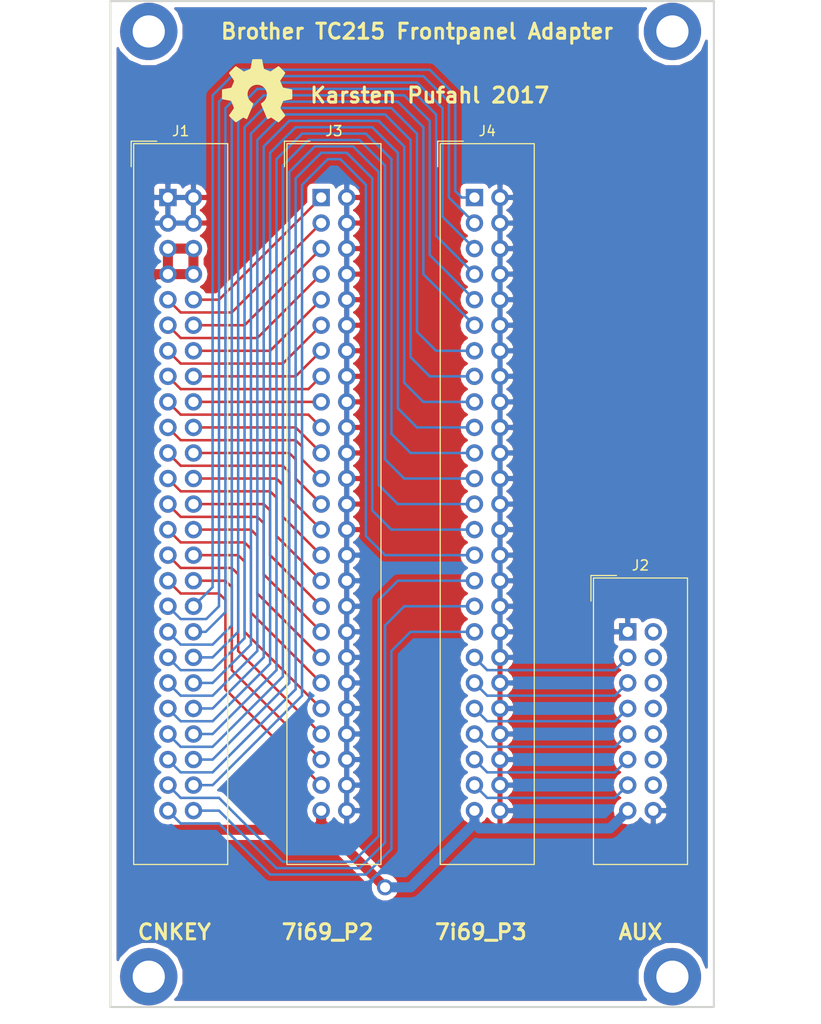
<source format=kicad_pcb>
(kicad_pcb (version 20171130) (host pcbnew "(2017-12-02 revision 3109343b9)-master")

  (general
    (thickness 1.6)
    (drawings 10)
    (tracks 301)
    (zones 0)
    (modules 9)
    (nets 58)
  )

  (page A4)
  (layers
    (0 F.Cu signal)
    (31 B.Cu signal)
    (32 B.Adhes user)
    (33 F.Adhes user)
    (34 B.Paste user)
    (35 F.Paste user)
    (36 B.SilkS user)
    (37 F.SilkS user)
    (38 B.Mask user)
    (39 F.Mask user)
    (40 Dwgs.User user)
    (41 Cmts.User user)
    (42 Eco1.User user)
    (43 Eco2.User user)
    (44 Edge.Cuts user)
    (45 Margin user)
    (46 B.CrtYd user)
    (47 F.CrtYd user)
    (48 B.Fab user)
    (49 F.Fab user)
  )

  (setup
    (last_trace_width 0.25)
    (trace_clearance 0.2)
    (zone_clearance 0.508)
    (zone_45_only no)
    (trace_min 0.2)
    (segment_width 0.2)
    (edge_width 0.15)
    (via_size 0.8)
    (via_drill 0.4)
    (via_min_size 0.4)
    (via_min_drill 0.3)
    (uvia_size 0.3)
    (uvia_drill 0.1)
    (uvias_allowed no)
    (uvia_min_size 0.2)
    (uvia_min_drill 0.1)
    (pcb_text_width 0.3)
    (pcb_text_size 1.5 1.5)
    (mod_edge_width 0.15)
    (mod_text_size 1 1)
    (mod_text_width 0.15)
    (pad_size 1.524 1.524)
    (pad_drill 0.762)
    (pad_to_mask_clearance 0.2)
    (aux_axis_origin 122.555 51.6)
    (grid_origin 122.555 101.6)
    (visible_elements FFFFFF7F)
    (pcbplotparams
      (layerselection 0x010fc_ffffffff)
      (usegerberextensions false)
      (usegerberattributes false)
      (usegerberadvancedattributes false)
      (creategerberjobfile false)
      (excludeedgelayer true)
      (linewidth 0.100000)
      (plotframeref false)
      (viasonmask false)
      (mode 1)
      (useauxorigin false)
      (hpglpennumber 1)
      (hpglpenspeed 20)
      (hpglpendiameter 15)
      (psnegative false)
      (psa4output false)
      (plotreference true)
      (plotvalue false)
      (plotinvisibletext false)
      (padsonsilk false)
      (subtractmaskfromsilk false)
      (outputformat 1)
      (mirror false)
      (drillshape 0)
      (scaleselection 1)
      (outputdirectory Gerber/))
  )

  (net 0 "")
  (net 1 GND)
  (net 2 +5V)
  (net 3 /CNKEY10)
  (net 4 /CNKEY09)
  (net 5 /CNKEY12)
  (net 6 /CNKEY11)
  (net 7 /CNKEY14)
  (net 8 /CNKEY13)
  (net 9 /CNKEY16)
  (net 10 /CNKEY15)
  (net 11 /CNKEY18)
  (net 12 /CNKEY17)
  (net 13 /CNKEY20)
  (net 14 /CNKEY19)
  (net 15 /CNKEY22)
  (net 16 /CNKEY21)
  (net 17 /CNKEY24)
  (net 18 /CNKEY23)
  (net 19 /CNKEY26)
  (net 20 /CNKEY25)
  (net 21 /CNKEY28)
  (net 22 /CNKEY27)
  (net 23 /CNKEY30)
  (net 24 /CNKEY29)
  (net 25 /CNKEY32)
  (net 26 /CNKEY31)
  (net 27 /CNKEY34)
  (net 28 /CNKEY33)
  (net 29 /CNKEY36)
  (net 30 /CNKEY35)
  (net 31 /CNKEY38)
  (net 32 /CNKEY37)
  (net 33 /CNKEY40)
  (net 34 /CNKEY39)
  (net 35 /CNKEY42)
  (net 36 /CNKEY41)
  (net 37 /CNKEY44)
  (net 38 /CNKEY43)
  (net 39 /CNKEY46)
  (net 40 /CNKEY45)
  (net 41 /CNKEY48)
  (net 42 /CNKEY47)
  (net 43 /CNKEY50)
  (net 44 /CNKEY49)
  (net 45 "Net-(J2-Pad2)")
  (net 46 "Net-(J2-Pad3)")
  (net 47 "Net-(J2-Pad4)")
  (net 48 "Net-(J2-Pad5)")
  (net 49 "Net-(J2-Pad6)")
  (net 50 "Net-(J2-Pad7)")
  (net 51 "Net-(J2-Pad8)")
  (net 52 "Net-(J2-Pad9)")
  (net 53 "Net-(J2-Pad10)")
  (net 54 "Net-(J2-Pad11)")
  (net 55 "Net-(J2-Pad12)")
  (net 56 "Net-(J2-Pad13)")
  (net 57 "Net-(J2-Pad14)")

  (net_class Default "This is the default net class."
    (clearance 0.2)
    (trace_width 0.25)
    (via_dia 0.8)
    (via_drill 0.4)
    (uvia_dia 0.3)
    (uvia_drill 0.1)
    (add_net /CNKEY09)
    (add_net /CNKEY10)
    (add_net /CNKEY11)
    (add_net /CNKEY12)
    (add_net /CNKEY13)
    (add_net /CNKEY14)
    (add_net /CNKEY15)
    (add_net /CNKEY16)
    (add_net /CNKEY17)
    (add_net /CNKEY18)
    (add_net /CNKEY19)
    (add_net /CNKEY20)
    (add_net /CNKEY21)
    (add_net /CNKEY22)
    (add_net /CNKEY23)
    (add_net /CNKEY24)
    (add_net /CNKEY25)
    (add_net /CNKEY26)
    (add_net /CNKEY27)
    (add_net /CNKEY28)
    (add_net /CNKEY29)
    (add_net /CNKEY30)
    (add_net /CNKEY31)
    (add_net /CNKEY32)
    (add_net /CNKEY33)
    (add_net /CNKEY34)
    (add_net /CNKEY35)
    (add_net /CNKEY36)
    (add_net /CNKEY37)
    (add_net /CNKEY38)
    (add_net /CNKEY39)
    (add_net /CNKEY40)
    (add_net /CNKEY41)
    (add_net /CNKEY42)
    (add_net /CNKEY43)
    (add_net /CNKEY44)
    (add_net /CNKEY45)
    (add_net /CNKEY46)
    (add_net /CNKEY47)
    (add_net /CNKEY48)
    (add_net /CNKEY49)
    (add_net /CNKEY50)
    (add_net "Net-(J2-Pad10)")
    (add_net "Net-(J2-Pad11)")
    (add_net "Net-(J2-Pad12)")
    (add_net "Net-(J2-Pad13)")
    (add_net "Net-(J2-Pad14)")
    (add_net "Net-(J2-Pad2)")
    (add_net "Net-(J2-Pad3)")
    (add_net "Net-(J2-Pad4)")
    (add_net "Net-(J2-Pad5)")
    (add_net "Net-(J2-Pad6)")
    (add_net "Net-(J2-Pad7)")
    (add_net "Net-(J2-Pad8)")
    (add_net "Net-(J2-Pad9)")
  )

  (net_class power ""
    (clearance 0.2)
    (trace_width 1)
    (via_dia 0.8)
    (via_drill 0.4)
    (uvia_dia 0.3)
    (uvia_drill 0.1)
    (add_net +5V)
    (add_net GND)
  )

  (module OSHW-logo:OSHW-logo_silkscreen-front_7mm (layer F.Cu) (tedit 0) (tstamp 5A2580FD)
    (at 137.142587 60.508302)
    (fp_text reference G*** (at 0 3.71094) (layer F.SilkS) hide
      (effects (font (size 0.3175 0.3175) (thickness 0.0635)))
    )
    (fp_text value OSHW-logo_silkscreen-front_7mm (at 0 -3.71094) (layer F.SilkS) hide
      (effects (font (size 0.3175 0.3175) (thickness 0.0635)))
    )
    (fp_poly (pts (xy -2.1209 3.14452) (xy -2.08534 3.1242) (xy -2.00152 3.0734) (xy -1.88468 2.9972)
      (xy -1.74752 2.90322) (xy -1.60782 2.80924) (xy -1.49606 2.73304) (xy -1.41478 2.68224)
      (xy -1.38176 2.66446) (xy -1.36398 2.66954) (xy -1.29794 2.70256) (xy -1.20142 2.75082)
      (xy -1.14808 2.7813) (xy -1.05918 2.8194) (xy -1.016 2.82702) (xy -1.00838 2.81432)
      (xy -0.97536 2.74574) (xy -0.92456 2.63144) (xy -0.85852 2.48158) (xy -0.78486 2.30378)
      (xy -0.70358 2.11074) (xy -0.6223 1.91516) (xy -0.54356 1.72974) (xy -0.47498 1.5621)
      (xy -0.42164 1.42494) (xy -0.38354 1.33096) (xy -0.37084 1.29032) (xy -0.37592 1.2827)
      (xy -0.4191 1.23952) (xy -0.4953 1.1811) (xy -0.6604 1.04648) (xy -0.8255 0.84328)
      (xy -0.92456 0.61214) (xy -0.95758 0.35306) (xy -0.92964 0.1143) (xy -0.83566 -0.1143)
      (xy -0.67564 -0.32004) (xy -0.4826 -0.47244) (xy -0.254 -0.5715) (xy 0 -0.60198)
      (xy 0.24384 -0.57404) (xy 0.47752 -0.4826) (xy 0.68326 -0.32512) (xy 0.77216 -0.22352)
      (xy 0.89154 -0.01524) (xy 0.96012 0.20828) (xy 0.96774 0.26416) (xy 0.95758 0.51054)
      (xy 0.88392 0.74676) (xy 0.75438 0.95758) (xy 0.57404 1.1303) (xy 0.55118 1.14554)
      (xy 0.46736 1.20904) (xy 0.41148 1.25222) (xy 0.3683 1.28778) (xy 0.68072 2.03962)
      (xy 0.73152 2.16154) (xy 0.81788 2.36728) (xy 0.89408 2.54508) (xy 0.9525 2.68478)
      (xy 0.99568 2.77876) (xy 1.01346 2.81686) (xy 1.016 2.8194) (xy 1.04394 2.82448)
      (xy 1.09982 2.80416) (xy 1.2065 2.75336) (xy 1.27508 2.7178) (xy 1.35636 2.67716)
      (xy 1.39192 2.66446) (xy 1.4224 2.6797) (xy 1.4986 2.7305) (xy 1.61036 2.80416)
      (xy 1.74498 2.8956) (xy 1.87452 2.9845) (xy 1.99136 3.0607) (xy 2.07772 3.11658)
      (xy 2.11836 3.13944) (xy 2.12598 3.13944) (xy 2.16408 3.11912) (xy 2.23012 3.0607)
      (xy 2.33426 2.96418) (xy 2.47904 2.82194) (xy 2.5019 2.79908) (xy 2.62128 2.67716)
      (xy 2.7178 2.57556) (xy 2.7813 2.50444) (xy 2.8067 2.47142) (xy 2.78384 2.43078)
      (xy 2.7305 2.34442) (xy 2.65176 2.22504) (xy 2.55524 2.08534) (xy 2.30632 1.72212)
      (xy 2.44348 1.37922) (xy 2.48666 1.27508) (xy 2.54 1.14808) (xy 2.5781 1.05664)
      (xy 2.59842 1.01854) (xy 2.63652 1.0033) (xy 2.7305 0.98298) (xy 2.86512 0.95504)
      (xy 3.02768 0.92456) (xy 3.18262 0.89408) (xy 3.32232 0.86868) (xy 3.42138 0.84836)
      (xy 3.4671 0.84074) (xy 3.47726 0.83312) (xy 3.48742 0.8128) (xy 3.4925 0.76454)
      (xy 3.49758 0.68072) (xy 3.49758 0.5461) (xy 3.49758 0.35306) (xy 3.49758 0.33274)
      (xy 3.49758 0.14732) (xy 3.4925 0.00254) (xy 3.48742 -0.09398) (xy 3.48234 -0.13208)
      (xy 3.43916 -0.14224) (xy 3.3401 -0.16256) (xy 3.2004 -0.1905) (xy 3.0353 -0.22098)
      (xy 3.02514 -0.22352) (xy 2.8575 -0.25654) (xy 2.72034 -0.28448) (xy 2.62382 -0.30734)
      (xy 2.58064 -0.32004) (xy 2.57302 -0.3302) (xy 2.54 -0.39624) (xy 2.49174 -0.49784)
      (xy 2.4384 -0.62484) (xy 2.38252 -0.75438) (xy 2.3368 -0.87122) (xy 2.30632 -0.95758)
      (xy 2.29616 -0.99822) (xy 2.32156 -1.03886) (xy 2.37744 -1.12268) (xy 2.45872 -1.24206)
      (xy 2.55524 -1.3843) (xy 2.56286 -1.39446) (xy 2.65684 -1.53416) (xy 2.73558 -1.65354)
      (xy 2.78638 -1.73736) (xy 2.8067 -1.77546) (xy 2.80416 -1.778) (xy 2.77368 -1.81864)
      (xy 2.70256 -1.89992) (xy 2.60096 -2.0066) (xy 2.4765 -2.12852) (xy 2.4384 -2.16662)
      (xy 2.30378 -2.30124) (xy 2.20726 -2.3876) (xy 2.14884 -2.43332) (xy 2.1209 -2.44348)
      (xy 2.07772 -2.41808) (xy 1.98882 -2.35966) (xy 1.86944 -2.27838) (xy 1.7272 -2.18186)
      (xy 1.71704 -2.17678) (xy 1.57734 -2.08026) (xy 1.4605 -2.00152) (xy 1.37922 -1.94564)
      (xy 1.34366 -1.92532) (xy 1.33604 -1.92532) (xy 1.28016 -1.94056) (xy 1.1811 -1.97612)
      (xy 1.05664 -2.02438) (xy 0.9271 -2.07518) (xy 0.81026 -2.12598) (xy 0.72136 -2.16662)
      (xy 0.68072 -2.18948) (xy 0.67818 -2.19202) (xy 0.66548 -2.24282) (xy 0.64008 -2.34696)
      (xy 0.6096 -2.49174) (xy 0.57912 -2.66192) (xy 0.57404 -2.68986) (xy 0.54102 -2.85496)
      (xy 0.51562 -2.99466) (xy 0.4953 -3.08864) (xy 0.48514 -3.12928) (xy 0.46228 -3.13436)
      (xy 0.381 -3.13944) (xy 0.25654 -3.14198) (xy 0.10414 -3.14452) (xy -0.05334 -3.14452)
      (xy -0.20828 -3.13944) (xy -0.34036 -3.13436) (xy -0.43434 -3.12928) (xy -0.47244 -3.12166)
      (xy -0.47498 -3.11912) (xy -0.49022 -3.06832) (xy -0.51308 -2.96164) (xy -0.54102 -2.81686)
      (xy -0.57404 -2.64668) (xy -0.57912 -2.6162) (xy -0.61214 -2.44856) (xy -0.64008 -2.3114)
      (xy -0.6604 -2.21996) (xy -0.67056 -2.18186) (xy -0.6858 -2.17424) (xy -0.75438 -2.14376)
      (xy -0.86614 -2.09804) (xy -1.0033 -2.04216) (xy -1.32334 -1.91262) (xy -1.71704 -2.18186)
      (xy -1.7526 -2.20472) (xy -1.89484 -2.30124) (xy -2.00914 -2.37998) (xy -2.09042 -2.43078)
      (xy -2.12344 -2.4511) (xy -2.12598 -2.44856) (xy -2.16662 -2.41554) (xy -2.24536 -2.34188)
      (xy -2.3495 -2.23774) (xy -2.47396 -2.11582) (xy -2.5654 -2.02438) (xy -2.67462 -1.91262)
      (xy -2.7432 -1.83896) (xy -2.77876 -1.7907) (xy -2.794 -1.76276) (xy -2.78892 -1.74498)
      (xy -2.76352 -1.70434) (xy -2.70764 -1.61798) (xy -2.62636 -1.4986) (xy -2.52984 -1.3589)
      (xy -2.4511 -1.24206) (xy -2.36728 -1.10998) (xy -2.3114 -1.016) (xy -2.29108 -0.97028)
      (xy -2.29616 -0.9525) (xy -2.3241 -0.87376) (xy -2.36982 -0.75946) (xy -2.43078 -0.61976)
      (xy -2.5654 -0.30988) (xy -2.77114 -0.26924) (xy -2.89306 -0.24638) (xy -3.06578 -0.21336)
      (xy -3.23088 -0.18034) (xy -3.48996 -0.13208) (xy -3.50012 0.81534) (xy -3.45948 0.83312)
      (xy -3.42138 0.84328) (xy -3.32486 0.8636) (xy -3.1877 0.89154) (xy -3.02768 0.92202)
      (xy -2.89052 0.94742) (xy -2.75336 0.97536) (xy -2.6543 0.99314) (xy -2.60858 1.0033)
      (xy -2.59842 1.01854) (xy -2.56286 1.08458) (xy -2.5146 1.19126) (xy -2.45872 1.31826)
      (xy -2.40284 1.45288) (xy -2.35458 1.5748) (xy -2.32156 1.66878) (xy -2.30886 1.71704)
      (xy -2.32664 1.7526) (xy -2.37998 1.83388) (xy -2.45618 1.95072) (xy -2.55016 2.08788)
      (xy -2.64414 2.22504) (xy -2.72288 2.34188) (xy -2.77876 2.4257) (xy -2.80162 2.4638)
      (xy -2.78892 2.49174) (xy -2.73558 2.55778) (xy -2.63144 2.66446) (xy -2.4765 2.81686)
      (xy -2.4511 2.84226) (xy -2.32918 2.9591) (xy -2.22504 3.05562) (xy -2.15392 3.11912)
      (xy -2.1209 3.14452)) (layer F.SilkS) (width 0.00254))
  )

  (module Mounting_Holes:MountingHole_3.2mm_M3_ISO7380_Pad (layer F.Cu) (tedit 5A23531F) (tstamp 5A247524)
    (at 126.365 148.59)
    (descr "Mounting Hole 3.2mm, M3, ISO7380")
    (tags "mounting hole 3.2mm m3 iso7380")
    (attr virtual)
    (fp_text reference REF** (at 0 -3.85) (layer F.SilkS) hide
      (effects (font (size 1 1) (thickness 0.15)))
    )
    (fp_text value MountingHole_3.2mm_M3_ISO7380_Pad (at 0 3.85) (layer F.Fab)
      (effects (font (size 1 1) (thickness 0.15)))
    )
    (fp_circle (center 0 0) (end 3.1 0) (layer F.CrtYd) (width 0.05))
    (fp_circle (center 0 0) (end 2.85 0) (layer Cmts.User) (width 0.15))
    (fp_text user %R (at 0.3 0) (layer F.Fab)
      (effects (font (size 1 1) (thickness 0.15)))
    )
    (pad 1 thru_hole circle (at 0 0) (size 5.7 5.7) (drill 3.2) (layers *.Cu *.Mask))
  )

  (module Mounting_Holes:MountingHole_3.2mm_M3_ISO7380_Pad (layer F.Cu) (tedit 5A23531A) (tstamp 5A247516)
    (at 178.435 148.59)
    (descr "Mounting Hole 3.2mm, M3, ISO7380")
    (tags "mounting hole 3.2mm m3 iso7380")
    (attr virtual)
    (fp_text reference REF** (at 0 -3.85) (layer F.SilkS) hide
      (effects (font (size 1 1) (thickness 0.15)))
    )
    (fp_text value MountingHole_3.2mm_M3_ISO7380_Pad (at 0 3.85) (layer F.Fab)
      (effects (font (size 1 1) (thickness 0.15)))
    )
    (fp_text user %R (at 0.3 0) (layer F.Fab)
      (effects (font (size 1 1) (thickness 0.15)))
    )
    (fp_circle (center 0 0) (end 2.85 0) (layer Cmts.User) (width 0.15))
    (fp_circle (center 0 0) (end 3.1 0) (layer F.CrtYd) (width 0.05))
    (pad 1 thru_hole circle (at 0 0) (size 5.7 5.7) (drill 3.2) (layers *.Cu *.Mask))
  )

  (module Mounting_Holes:MountingHole_3.2mm_M3_ISO7380_Pad (layer F.Cu) (tedit 5A235314) (tstamp 5A247508)
    (at 126.365 54.61)
    (descr "Mounting Hole 3.2mm, M3, ISO7380")
    (tags "mounting hole 3.2mm m3 iso7380")
    (attr virtual)
    (fp_text reference REF** (at 0 -3.85) (layer F.SilkS) hide
      (effects (font (size 1 1) (thickness 0.15)))
    )
    (fp_text value MountingHole_3.2mm_M3_ISO7380_Pad (at 0 3.85) (layer F.Fab)
      (effects (font (size 1 1) (thickness 0.15)))
    )
    (fp_circle (center 0 0) (end 3.1 0) (layer F.CrtYd) (width 0.05))
    (fp_circle (center 0 0) (end 2.85 0) (layer Cmts.User) (width 0.15))
    (fp_text user %R (at 0.3 0) (layer F.Fab)
      (effects (font (size 1 1) (thickness 0.15)))
    )
    (pad 1 thru_hole circle (at 0 0) (size 5.7 5.7) (drill 3.2) (layers *.Cu *.Mask))
  )

  (module Mounting_Holes:MountingHole_3.2mm_M3_ISO7380_Pad (layer F.Cu) (tedit 5A235310) (tstamp 5A2474EC)
    (at 178.435 54.61)
    (descr "Mounting Hole 3.2mm, M3, ISO7380")
    (tags "mounting hole 3.2mm m3 iso7380")
    (attr virtual)
    (fp_text reference REF** (at 0 -3.85) (layer F.SilkS) hide
      (effects (font (size 1 1) (thickness 0.15)))
    )
    (fp_text value MountingHole_3.2mm_M3_ISO7380_Pad (at 0 3.85) (layer F.Fab)
      (effects (font (size 1 1) (thickness 0.15)))
    )
    (fp_text user %R (at 0.3 0) (layer F.Fab)
      (effects (font (size 1 1) (thickness 0.15)))
    )
    (fp_circle (center 0 0) (end 2.85 0) (layer Cmts.User) (width 0.15))
    (fp_circle (center 0 0) (end 3.1 0) (layer F.CrtYd) (width 0.05))
    (pad 1 thru_hole circle (at 0 0) (size 5.7 5.7) (drill 3.2) (layers *.Cu *.Mask))
  )

  (module Connectors_IDC:IDC-Header_2x25_Pitch2.54mm_Straight (layer F.Cu) (tedit 59DE12FA) (tstamp 5A23E963)
    (at 128.27 71.12)
    (descr "50 pins through hole IDC header")
    (tags "IDC header socket VASCH")
    (path /5A23DD18)
    (fp_text reference J1 (at 1.27 -6.604) (layer F.SilkS)
      (effects (font (size 1 1) (thickness 0.15)))
    )
    (fp_text value Conn_02x25_Odd_Even (at 1.27 67.564) (layer F.Fab)
      (effects (font (size 1 1) (thickness 0.15)))
    )
    (fp_text user %R (at 1.27 30.48) (layer F.Fab)
      (effects (font (size 1 1) (thickness 0.15)))
    )
    (fp_line (start 5.695 -5.1) (end 5.695 66.06) (layer F.Fab) (width 0.1))
    (fp_line (start 5.145 -4.56) (end 5.145 65.5) (layer F.Fab) (width 0.1))
    (fp_line (start -3.155 -5.1) (end -3.155 66.06) (layer F.Fab) (width 0.1))
    (fp_line (start -2.605 -4.56) (end -2.605 28.23) (layer F.Fab) (width 0.1))
    (fp_line (start -2.605 32.73) (end -2.605 65.5) (layer F.Fab) (width 0.1))
    (fp_line (start -2.605 28.23) (end -3.155 28.23) (layer F.Fab) (width 0.1))
    (fp_line (start -2.605 32.73) (end -3.155 32.73) (layer F.Fab) (width 0.1))
    (fp_line (start 5.695 -5.1) (end -3.155 -5.1) (layer F.Fab) (width 0.1))
    (fp_line (start 5.145 -4.56) (end -2.605 -4.56) (layer F.Fab) (width 0.1))
    (fp_line (start 5.695 66.06) (end -3.155 66.06) (layer F.Fab) (width 0.1))
    (fp_line (start 5.145 65.5) (end -2.605 65.5) (layer F.Fab) (width 0.1))
    (fp_line (start 5.695 -5.1) (end 5.145 -4.56) (layer F.Fab) (width 0.1))
    (fp_line (start 5.695 66.06) (end 5.145 65.5) (layer F.Fab) (width 0.1))
    (fp_line (start -3.155 -5.1) (end -2.605 -4.56) (layer F.Fab) (width 0.1))
    (fp_line (start -3.155 66.06) (end -2.605 65.5) (layer F.Fab) (width 0.1))
    (fp_line (start 6.2 -5.85) (end 6.2 66.56) (layer F.CrtYd) (width 0.05))
    (fp_line (start 6.2 66.56) (end -3.91 66.56) (layer F.CrtYd) (width 0.05))
    (fp_line (start -3.91 66.56) (end -3.91 -5.85) (layer F.CrtYd) (width 0.05))
    (fp_line (start -3.91 -5.85) (end 6.2 -5.85) (layer F.CrtYd) (width 0.05))
    (fp_line (start 5.945 -5.35) (end 5.945 66.31) (layer F.SilkS) (width 0.12))
    (fp_line (start 5.945 66.31) (end -3.405 66.31) (layer F.SilkS) (width 0.12))
    (fp_line (start -3.405 66.31) (end -3.405 -5.35) (layer F.SilkS) (width 0.12))
    (fp_line (start -3.405 -5.35) (end 5.945 -5.35) (layer F.SilkS) (width 0.12))
    (fp_line (start -3.655 -5.6) (end -3.655 -3.06) (layer F.SilkS) (width 0.12))
    (fp_line (start -3.655 -5.6) (end -1.115 -5.6) (layer F.SilkS) (width 0.12))
    (pad 1 thru_hole rect (at 0 0) (size 1.7272 1.7272) (drill 1.016) (layers *.Cu *.Mask)
      (net 1 GND))
    (pad 2 thru_hole oval (at 2.54 0) (size 1.7272 1.7272) (drill 1.016) (layers *.Cu *.Mask)
      (net 1 GND))
    (pad 3 thru_hole oval (at 0 2.54) (size 1.7272 1.7272) (drill 1.016) (layers *.Cu *.Mask)
      (net 1 GND))
    (pad 4 thru_hole oval (at 2.54 2.54) (size 1.7272 1.7272) (drill 1.016) (layers *.Cu *.Mask)
      (net 1 GND))
    (pad 5 thru_hole oval (at 0 5.08) (size 1.7272 1.7272) (drill 1.016) (layers *.Cu *.Mask)
      (net 2 +5V))
    (pad 6 thru_hole oval (at 2.54 5.08) (size 1.7272 1.7272) (drill 1.016) (layers *.Cu *.Mask)
      (net 2 +5V))
    (pad 7 thru_hole oval (at 0 7.62) (size 1.7272 1.7272) (drill 1.016) (layers *.Cu *.Mask)
      (net 2 +5V))
    (pad 8 thru_hole oval (at 2.54 7.62) (size 1.7272 1.7272) (drill 1.016) (layers *.Cu *.Mask)
      (net 2 +5V))
    (pad 9 thru_hole oval (at 0 10.16) (size 1.7272 1.7272) (drill 1.016) (layers *.Cu *.Mask)
      (net 3 /CNKEY10))
    (pad 10 thru_hole oval (at 2.54 10.16) (size 1.7272 1.7272) (drill 1.016) (layers *.Cu *.Mask)
      (net 4 /CNKEY09))
    (pad 11 thru_hole oval (at 0 12.7) (size 1.7272 1.7272) (drill 1.016) (layers *.Cu *.Mask)
      (net 5 /CNKEY12))
    (pad 12 thru_hole oval (at 2.54 12.7) (size 1.7272 1.7272) (drill 1.016) (layers *.Cu *.Mask)
      (net 6 /CNKEY11))
    (pad 13 thru_hole oval (at 0 15.24) (size 1.7272 1.7272) (drill 1.016) (layers *.Cu *.Mask)
      (net 7 /CNKEY14))
    (pad 14 thru_hole oval (at 2.54 15.24) (size 1.7272 1.7272) (drill 1.016) (layers *.Cu *.Mask)
      (net 8 /CNKEY13))
    (pad 15 thru_hole oval (at 0 17.78) (size 1.7272 1.7272) (drill 1.016) (layers *.Cu *.Mask)
      (net 9 /CNKEY16))
    (pad 16 thru_hole oval (at 2.54 17.78) (size 1.7272 1.7272) (drill 1.016) (layers *.Cu *.Mask)
      (net 10 /CNKEY15))
    (pad 17 thru_hole oval (at 0 20.32) (size 1.7272 1.7272) (drill 1.016) (layers *.Cu *.Mask)
      (net 11 /CNKEY18))
    (pad 18 thru_hole oval (at 2.54 20.32) (size 1.7272 1.7272) (drill 1.016) (layers *.Cu *.Mask)
      (net 12 /CNKEY17))
    (pad 19 thru_hole oval (at 0 22.86) (size 1.7272 1.7272) (drill 1.016) (layers *.Cu *.Mask)
      (net 13 /CNKEY20))
    (pad 20 thru_hole oval (at 2.54 22.86) (size 1.7272 1.7272) (drill 1.016) (layers *.Cu *.Mask)
      (net 14 /CNKEY19))
    (pad 21 thru_hole oval (at 0 25.4) (size 1.7272 1.7272) (drill 1.016) (layers *.Cu *.Mask)
      (net 15 /CNKEY22))
    (pad 22 thru_hole oval (at 2.54 25.4) (size 1.7272 1.7272) (drill 1.016) (layers *.Cu *.Mask)
      (net 16 /CNKEY21))
    (pad 23 thru_hole oval (at 0 27.94) (size 1.7272 1.7272) (drill 1.016) (layers *.Cu *.Mask)
      (net 17 /CNKEY24))
    (pad 24 thru_hole oval (at 2.54 27.94) (size 1.7272 1.7272) (drill 1.016) (layers *.Cu *.Mask)
      (net 18 /CNKEY23))
    (pad 25 thru_hole oval (at 0 30.48) (size 1.7272 1.7272) (drill 1.016) (layers *.Cu *.Mask)
      (net 19 /CNKEY26))
    (pad 26 thru_hole oval (at 2.54 30.48) (size 1.7272 1.7272) (drill 1.016) (layers *.Cu *.Mask)
      (net 20 /CNKEY25))
    (pad 27 thru_hole oval (at 0 33.02) (size 1.7272 1.7272) (drill 1.016) (layers *.Cu *.Mask)
      (net 21 /CNKEY28))
    (pad 28 thru_hole oval (at 2.54 33.02) (size 1.7272 1.7272) (drill 1.016) (layers *.Cu *.Mask)
      (net 22 /CNKEY27))
    (pad 29 thru_hole oval (at 0 35.56) (size 1.7272 1.7272) (drill 1.016) (layers *.Cu *.Mask)
      (net 23 /CNKEY30))
    (pad 30 thru_hole oval (at 2.54 35.56) (size 1.7272 1.7272) (drill 1.016) (layers *.Cu *.Mask)
      (net 24 /CNKEY29))
    (pad 31 thru_hole oval (at 0 38.1) (size 1.7272 1.7272) (drill 1.016) (layers *.Cu *.Mask)
      (net 25 /CNKEY32))
    (pad 32 thru_hole oval (at 2.54 38.1) (size 1.7272 1.7272) (drill 1.016) (layers *.Cu *.Mask)
      (net 26 /CNKEY31))
    (pad 33 thru_hole oval (at 0 40.64) (size 1.7272 1.7272) (drill 1.016) (layers *.Cu *.Mask)
      (net 27 /CNKEY34))
    (pad 34 thru_hole oval (at 2.54 40.64) (size 1.7272 1.7272) (drill 1.016) (layers *.Cu *.Mask)
      (net 28 /CNKEY33))
    (pad 35 thru_hole oval (at 0 43.18) (size 1.7272 1.7272) (drill 1.016) (layers *.Cu *.Mask)
      (net 29 /CNKEY36))
    (pad 36 thru_hole oval (at 2.54 43.18) (size 1.7272 1.7272) (drill 1.016) (layers *.Cu *.Mask)
      (net 30 /CNKEY35))
    (pad 37 thru_hole oval (at 0 45.72) (size 1.7272 1.7272) (drill 1.016) (layers *.Cu *.Mask)
      (net 31 /CNKEY38))
    (pad 38 thru_hole oval (at 2.54 45.72) (size 1.7272 1.7272) (drill 1.016) (layers *.Cu *.Mask)
      (net 32 /CNKEY37))
    (pad 39 thru_hole oval (at 0 48.26) (size 1.7272 1.7272) (drill 1.016) (layers *.Cu *.Mask)
      (net 33 /CNKEY40))
    (pad 40 thru_hole oval (at 2.54 48.26) (size 1.7272 1.7272) (drill 1.016) (layers *.Cu *.Mask)
      (net 34 /CNKEY39))
    (pad 41 thru_hole oval (at 0 50.8) (size 1.7272 1.7272) (drill 1.016) (layers *.Cu *.Mask)
      (net 35 /CNKEY42))
    (pad 42 thru_hole oval (at 2.54 50.8) (size 1.7272 1.7272) (drill 1.016) (layers *.Cu *.Mask)
      (net 36 /CNKEY41))
    (pad 43 thru_hole oval (at 0 53.34) (size 1.7272 1.7272) (drill 1.016) (layers *.Cu *.Mask)
      (net 37 /CNKEY44))
    (pad 44 thru_hole oval (at 2.54 53.34) (size 1.7272 1.7272) (drill 1.016) (layers *.Cu *.Mask)
      (net 38 /CNKEY43))
    (pad 45 thru_hole oval (at 0 55.88) (size 1.7272 1.7272) (drill 1.016) (layers *.Cu *.Mask)
      (net 39 /CNKEY46))
    (pad 46 thru_hole oval (at 2.54 55.88) (size 1.7272 1.7272) (drill 1.016) (layers *.Cu *.Mask)
      (net 40 /CNKEY45))
    (pad 47 thru_hole oval (at 0 58.42) (size 1.7272 1.7272) (drill 1.016) (layers *.Cu *.Mask)
      (net 41 /CNKEY48))
    (pad 48 thru_hole oval (at 2.54 58.42) (size 1.7272 1.7272) (drill 1.016) (layers *.Cu *.Mask)
      (net 42 /CNKEY47))
    (pad 49 thru_hole oval (at 0 60.96) (size 1.7272 1.7272) (drill 1.016) (layers *.Cu *.Mask)
      (net 43 /CNKEY50))
    (pad 50 thru_hole oval (at 2.54 60.96) (size 1.7272 1.7272) (drill 1.016) (layers *.Cu *.Mask)
      (net 44 /CNKEY49))
    (model ${KISYS3DMOD}/Connectors_IDC.3dshapes/IDC-Header_2x25_Pitch2.54mm_Straight.wrl
      (at (xyz 0 0 0))
      (scale (xyz 1 1 1))
      (rotate (xyz 0 0 0))
    )
  )

  (module Connectors_IDC:IDC-Header_2x25_Pitch2.54mm_Straight (layer F.Cu) (tedit 59DE12FA) (tstamp 5A23E9E1)
    (at 143.51 71.12)
    (descr "50 pins through hole IDC header")
    (tags "IDC header socket VASCH")
    (path /5A23DE7A)
    (fp_text reference J3 (at 1.27 -6.604) (layer F.SilkS)
      (effects (font (size 1 1) (thickness 0.15)))
    )
    (fp_text value Conn_02x25_Odd_Even (at 1.27 67.564) (layer F.Fab)
      (effects (font (size 1 1) (thickness 0.15)))
    )
    (fp_line (start -3.655 -5.6) (end -1.115 -5.6) (layer F.SilkS) (width 0.12))
    (fp_line (start -3.655 -5.6) (end -3.655 -3.06) (layer F.SilkS) (width 0.12))
    (fp_line (start -3.405 -5.35) (end 5.945 -5.35) (layer F.SilkS) (width 0.12))
    (fp_line (start -3.405 66.31) (end -3.405 -5.35) (layer F.SilkS) (width 0.12))
    (fp_line (start 5.945 66.31) (end -3.405 66.31) (layer F.SilkS) (width 0.12))
    (fp_line (start 5.945 -5.35) (end 5.945 66.31) (layer F.SilkS) (width 0.12))
    (fp_line (start -3.91 -5.85) (end 6.2 -5.85) (layer F.CrtYd) (width 0.05))
    (fp_line (start -3.91 66.56) (end -3.91 -5.85) (layer F.CrtYd) (width 0.05))
    (fp_line (start 6.2 66.56) (end -3.91 66.56) (layer F.CrtYd) (width 0.05))
    (fp_line (start 6.2 -5.85) (end 6.2 66.56) (layer F.CrtYd) (width 0.05))
    (fp_line (start -3.155 66.06) (end -2.605 65.5) (layer F.Fab) (width 0.1))
    (fp_line (start -3.155 -5.1) (end -2.605 -4.56) (layer F.Fab) (width 0.1))
    (fp_line (start 5.695 66.06) (end 5.145 65.5) (layer F.Fab) (width 0.1))
    (fp_line (start 5.695 -5.1) (end 5.145 -4.56) (layer F.Fab) (width 0.1))
    (fp_line (start 5.145 65.5) (end -2.605 65.5) (layer F.Fab) (width 0.1))
    (fp_line (start 5.695 66.06) (end -3.155 66.06) (layer F.Fab) (width 0.1))
    (fp_line (start 5.145 -4.56) (end -2.605 -4.56) (layer F.Fab) (width 0.1))
    (fp_line (start 5.695 -5.1) (end -3.155 -5.1) (layer F.Fab) (width 0.1))
    (fp_line (start -2.605 32.73) (end -3.155 32.73) (layer F.Fab) (width 0.1))
    (fp_line (start -2.605 28.23) (end -3.155 28.23) (layer F.Fab) (width 0.1))
    (fp_line (start -2.605 32.73) (end -2.605 65.5) (layer F.Fab) (width 0.1))
    (fp_line (start -2.605 -4.56) (end -2.605 28.23) (layer F.Fab) (width 0.1))
    (fp_line (start -3.155 -5.1) (end -3.155 66.06) (layer F.Fab) (width 0.1))
    (fp_line (start 5.145 -4.56) (end 5.145 65.5) (layer F.Fab) (width 0.1))
    (fp_line (start 5.695 -5.1) (end 5.695 66.06) (layer F.Fab) (width 0.1))
    (fp_text user %R (at 1.27 30.48) (layer F.Fab)
      (effects (font (size 1 1) (thickness 0.15)))
    )
    (pad 50 thru_hole oval (at 2.54 60.96) (size 1.7272 1.7272) (drill 1.016) (layers *.Cu *.Mask)
      (net 1 GND))
    (pad 49 thru_hole oval (at 0 60.96) (size 1.7272 1.7272) (drill 1.016) (layers *.Cu *.Mask)
      (net 2 +5V))
    (pad 48 thru_hole oval (at 2.54 58.42) (size 1.7272 1.7272) (drill 1.016) (layers *.Cu *.Mask)
      (net 1 GND))
    (pad 47 thru_hole oval (at 0 58.42) (size 1.7272 1.7272) (drill 1.016) (layers *.Cu *.Mask)
      (net 25 /CNKEY32))
    (pad 46 thru_hole oval (at 2.54 55.88) (size 1.7272 1.7272) (drill 1.016) (layers *.Cu *.Mask)
      (net 1 GND))
    (pad 45 thru_hole oval (at 0 55.88) (size 1.7272 1.7272) (drill 1.016) (layers *.Cu *.Mask)
      (net 26 /CNKEY31))
    (pad 44 thru_hole oval (at 2.54 53.34) (size 1.7272 1.7272) (drill 1.016) (layers *.Cu *.Mask)
      (net 1 GND))
    (pad 43 thru_hole oval (at 0 53.34) (size 1.7272 1.7272) (drill 1.016) (layers *.Cu *.Mask)
      (net 23 /CNKEY30))
    (pad 42 thru_hole oval (at 2.54 50.8) (size 1.7272 1.7272) (drill 1.016) (layers *.Cu *.Mask)
      (net 1 GND))
    (pad 41 thru_hole oval (at 0 50.8) (size 1.7272 1.7272) (drill 1.016) (layers *.Cu *.Mask)
      (net 24 /CNKEY29))
    (pad 40 thru_hole oval (at 2.54 48.26) (size 1.7272 1.7272) (drill 1.016) (layers *.Cu *.Mask)
      (net 1 GND))
    (pad 39 thru_hole oval (at 0 48.26) (size 1.7272 1.7272) (drill 1.016) (layers *.Cu *.Mask)
      (net 21 /CNKEY28))
    (pad 38 thru_hole oval (at 2.54 45.72) (size 1.7272 1.7272) (drill 1.016) (layers *.Cu *.Mask)
      (net 1 GND))
    (pad 37 thru_hole oval (at 0 45.72) (size 1.7272 1.7272) (drill 1.016) (layers *.Cu *.Mask)
      (net 22 /CNKEY27))
    (pad 36 thru_hole oval (at 2.54 43.18) (size 1.7272 1.7272) (drill 1.016) (layers *.Cu *.Mask)
      (net 1 GND))
    (pad 35 thru_hole oval (at 0 43.18) (size 1.7272 1.7272) (drill 1.016) (layers *.Cu *.Mask)
      (net 19 /CNKEY26))
    (pad 34 thru_hole oval (at 2.54 40.64) (size 1.7272 1.7272) (drill 1.016) (layers *.Cu *.Mask)
      (net 1 GND))
    (pad 33 thru_hole oval (at 0 40.64) (size 1.7272 1.7272) (drill 1.016) (layers *.Cu *.Mask)
      (net 20 /CNKEY25))
    (pad 32 thru_hole oval (at 2.54 38.1) (size 1.7272 1.7272) (drill 1.016) (layers *.Cu *.Mask)
      (net 1 GND))
    (pad 31 thru_hole oval (at 0 38.1) (size 1.7272 1.7272) (drill 1.016) (layers *.Cu *.Mask)
      (net 17 /CNKEY24))
    (pad 30 thru_hole oval (at 2.54 35.56) (size 1.7272 1.7272) (drill 1.016) (layers *.Cu *.Mask)
      (net 1 GND))
    (pad 29 thru_hole oval (at 0 35.56) (size 1.7272 1.7272) (drill 1.016) (layers *.Cu *.Mask)
      (net 18 /CNKEY23))
    (pad 28 thru_hole oval (at 2.54 33.02) (size 1.7272 1.7272) (drill 1.016) (layers *.Cu *.Mask)
      (net 1 GND))
    (pad 27 thru_hole oval (at 0 33.02) (size 1.7272 1.7272) (drill 1.016) (layers *.Cu *.Mask)
      (net 15 /CNKEY22))
    (pad 26 thru_hole oval (at 2.54 30.48) (size 1.7272 1.7272) (drill 1.016) (layers *.Cu *.Mask)
      (net 1 GND))
    (pad 25 thru_hole oval (at 0 30.48) (size 1.7272 1.7272) (drill 1.016) (layers *.Cu *.Mask)
      (net 16 /CNKEY21))
    (pad 24 thru_hole oval (at 2.54 27.94) (size 1.7272 1.7272) (drill 1.016) (layers *.Cu *.Mask)
      (net 1 GND))
    (pad 23 thru_hole oval (at 0 27.94) (size 1.7272 1.7272) (drill 1.016) (layers *.Cu *.Mask)
      (net 13 /CNKEY20))
    (pad 22 thru_hole oval (at 2.54 25.4) (size 1.7272 1.7272) (drill 1.016) (layers *.Cu *.Mask)
      (net 1 GND))
    (pad 21 thru_hole oval (at 0 25.4) (size 1.7272 1.7272) (drill 1.016) (layers *.Cu *.Mask)
      (net 14 /CNKEY19))
    (pad 20 thru_hole oval (at 2.54 22.86) (size 1.7272 1.7272) (drill 1.016) (layers *.Cu *.Mask)
      (net 1 GND))
    (pad 19 thru_hole oval (at 0 22.86) (size 1.7272 1.7272) (drill 1.016) (layers *.Cu *.Mask)
      (net 11 /CNKEY18))
    (pad 18 thru_hole oval (at 2.54 20.32) (size 1.7272 1.7272) (drill 1.016) (layers *.Cu *.Mask)
      (net 1 GND))
    (pad 17 thru_hole oval (at 0 20.32) (size 1.7272 1.7272) (drill 1.016) (layers *.Cu *.Mask)
      (net 12 /CNKEY17))
    (pad 16 thru_hole oval (at 2.54 17.78) (size 1.7272 1.7272) (drill 1.016) (layers *.Cu *.Mask)
      (net 1 GND))
    (pad 15 thru_hole oval (at 0 17.78) (size 1.7272 1.7272) (drill 1.016) (layers *.Cu *.Mask)
      (net 9 /CNKEY16))
    (pad 14 thru_hole oval (at 2.54 15.24) (size 1.7272 1.7272) (drill 1.016) (layers *.Cu *.Mask)
      (net 1 GND))
    (pad 13 thru_hole oval (at 0 15.24) (size 1.7272 1.7272) (drill 1.016) (layers *.Cu *.Mask)
      (net 10 /CNKEY15))
    (pad 12 thru_hole oval (at 2.54 12.7) (size 1.7272 1.7272) (drill 1.016) (layers *.Cu *.Mask)
      (net 1 GND))
    (pad 11 thru_hole oval (at 0 12.7) (size 1.7272 1.7272) (drill 1.016) (layers *.Cu *.Mask)
      (net 7 /CNKEY14))
    (pad 10 thru_hole oval (at 2.54 10.16) (size 1.7272 1.7272) (drill 1.016) (layers *.Cu *.Mask)
      (net 1 GND))
    (pad 9 thru_hole oval (at 0 10.16) (size 1.7272 1.7272) (drill 1.016) (layers *.Cu *.Mask)
      (net 8 /CNKEY13))
    (pad 8 thru_hole oval (at 2.54 7.62) (size 1.7272 1.7272) (drill 1.016) (layers *.Cu *.Mask)
      (net 1 GND))
    (pad 7 thru_hole oval (at 0 7.62) (size 1.7272 1.7272) (drill 1.016) (layers *.Cu *.Mask)
      (net 5 /CNKEY12))
    (pad 6 thru_hole oval (at 2.54 5.08) (size 1.7272 1.7272) (drill 1.016) (layers *.Cu *.Mask)
      (net 1 GND))
    (pad 5 thru_hole oval (at 0 5.08) (size 1.7272 1.7272) (drill 1.016) (layers *.Cu *.Mask)
      (net 6 /CNKEY11))
    (pad 4 thru_hole oval (at 2.54 2.54) (size 1.7272 1.7272) (drill 1.016) (layers *.Cu *.Mask)
      (net 1 GND))
    (pad 3 thru_hole oval (at 0 2.54) (size 1.7272 1.7272) (drill 1.016) (layers *.Cu *.Mask)
      (net 3 /CNKEY10))
    (pad 2 thru_hole oval (at 2.54 0) (size 1.7272 1.7272) (drill 1.016) (layers *.Cu *.Mask)
      (net 1 GND))
    (pad 1 thru_hole rect (at 0 0) (size 1.7272 1.7272) (drill 1.016) (layers *.Cu *.Mask)
      (net 4 /CNKEY09))
    (model ${KISYS3DMOD}/Connectors_IDC.3dshapes/IDC-Header_2x25_Pitch2.54mm_Straight.wrl
      (at (xyz 0 0 0))
      (scale (xyz 1 1 1))
      (rotate (xyz 0 0 0))
    )
  )

  (module Connectors_IDC:IDC-Header_2x08_Pitch2.54mm_Straight (layer F.Cu) (tedit 59DE0341) (tstamp 5A23EF99)
    (at 173.99 114.3)
    (descr "16 pins through hole IDC header")
    (tags "IDC header socket VASCH")
    (path /5A1CC9C1)
    (fp_text reference J2 (at 1.27 -6.604) (layer F.SilkS)
      (effects (font (size 1 1) (thickness 0.15)))
    )
    (fp_text value Conn_02x08_Odd_Even (at 1.27 24.384) (layer F.Fab)
      (effects (font (size 1 1) (thickness 0.15)))
    )
    (fp_text user %R (at 1.27 8.89) (layer F.Fab)
      (effects (font (size 1 1) (thickness 0.15)))
    )
    (fp_line (start 5.695 -5.1) (end 5.695 22.88) (layer F.Fab) (width 0.1))
    (fp_line (start 5.145 -4.56) (end 5.145 22.32) (layer F.Fab) (width 0.1))
    (fp_line (start -3.155 -5.1) (end -3.155 22.88) (layer F.Fab) (width 0.1))
    (fp_line (start -2.605 -4.56) (end -2.605 6.64) (layer F.Fab) (width 0.1))
    (fp_line (start -2.605 11.14) (end -2.605 22.32) (layer F.Fab) (width 0.1))
    (fp_line (start -2.605 6.64) (end -3.155 6.64) (layer F.Fab) (width 0.1))
    (fp_line (start -2.605 11.14) (end -3.155 11.14) (layer F.Fab) (width 0.1))
    (fp_line (start 5.695 -5.1) (end -3.155 -5.1) (layer F.Fab) (width 0.1))
    (fp_line (start 5.145 -4.56) (end -2.605 -4.56) (layer F.Fab) (width 0.1))
    (fp_line (start 5.695 22.88) (end -3.155 22.88) (layer F.Fab) (width 0.1))
    (fp_line (start 5.145 22.32) (end -2.605 22.32) (layer F.Fab) (width 0.1))
    (fp_line (start 5.695 -5.1) (end 5.145 -4.56) (layer F.Fab) (width 0.1))
    (fp_line (start 5.695 22.88) (end 5.145 22.32) (layer F.Fab) (width 0.1))
    (fp_line (start -3.155 -5.1) (end -2.605 -4.56) (layer F.Fab) (width 0.1))
    (fp_line (start -3.155 22.88) (end -2.605 22.32) (layer F.Fab) (width 0.1))
    (fp_line (start 6.2 -5.85) (end 6.2 23.38) (layer F.CrtYd) (width 0.05))
    (fp_line (start 6.2 23.38) (end -3.91 23.38) (layer F.CrtYd) (width 0.05))
    (fp_line (start -3.91 23.38) (end -3.91 -5.85) (layer F.CrtYd) (width 0.05))
    (fp_line (start -3.91 -5.85) (end 6.2 -5.85) (layer F.CrtYd) (width 0.05))
    (fp_line (start 5.945 -5.35) (end 5.945 23.13) (layer F.SilkS) (width 0.12))
    (fp_line (start 5.945 23.13) (end -3.405 23.13) (layer F.SilkS) (width 0.12))
    (fp_line (start -3.405 23.13) (end -3.405 -5.35) (layer F.SilkS) (width 0.12))
    (fp_line (start -3.405 -5.35) (end 5.945 -5.35) (layer F.SilkS) (width 0.12))
    (fp_line (start -3.655 -5.6) (end -3.655 -3.06) (layer F.SilkS) (width 0.12))
    (fp_line (start -3.655 -5.6) (end -1.115 -5.6) (layer F.SilkS) (width 0.12))
    (pad 1 thru_hole rect (at 0 0) (size 1.7272 1.7272) (drill 1.016) (layers *.Cu *.Mask)
      (net 1 GND))
    (pad 2 thru_hole oval (at 2.54 0) (size 1.7272 1.7272) (drill 1.016) (layers *.Cu *.Mask)
      (net 45 "Net-(J2-Pad2)"))
    (pad 3 thru_hole oval (at 0 2.54) (size 1.7272 1.7272) (drill 1.016) (layers *.Cu *.Mask)
      (net 46 "Net-(J2-Pad3)"))
    (pad 4 thru_hole oval (at 2.54 2.54) (size 1.7272 1.7272) (drill 1.016) (layers *.Cu *.Mask)
      (net 47 "Net-(J2-Pad4)"))
    (pad 5 thru_hole oval (at 0 5.08) (size 1.7272 1.7272) (drill 1.016) (layers *.Cu *.Mask)
      (net 48 "Net-(J2-Pad5)"))
    (pad 6 thru_hole oval (at 2.54 5.08) (size 1.7272 1.7272) (drill 1.016) (layers *.Cu *.Mask)
      (net 49 "Net-(J2-Pad6)"))
    (pad 7 thru_hole oval (at 0 7.62) (size 1.7272 1.7272) (drill 1.016) (layers *.Cu *.Mask)
      (net 50 "Net-(J2-Pad7)"))
    (pad 8 thru_hole oval (at 2.54 7.62) (size 1.7272 1.7272) (drill 1.016) (layers *.Cu *.Mask)
      (net 51 "Net-(J2-Pad8)"))
    (pad 9 thru_hole oval (at 0 10.16) (size 1.7272 1.7272) (drill 1.016) (layers *.Cu *.Mask)
      (net 52 "Net-(J2-Pad9)"))
    (pad 10 thru_hole oval (at 2.54 10.16) (size 1.7272 1.7272) (drill 1.016) (layers *.Cu *.Mask)
      (net 53 "Net-(J2-Pad10)"))
    (pad 11 thru_hole oval (at 0 12.7) (size 1.7272 1.7272) (drill 1.016) (layers *.Cu *.Mask)
      (net 54 "Net-(J2-Pad11)"))
    (pad 12 thru_hole oval (at 2.54 12.7) (size 1.7272 1.7272) (drill 1.016) (layers *.Cu *.Mask)
      (net 55 "Net-(J2-Pad12)"))
    (pad 13 thru_hole oval (at 0 15.24) (size 1.7272 1.7272) (drill 1.016) (layers *.Cu *.Mask)
      (net 56 "Net-(J2-Pad13)"))
    (pad 14 thru_hole oval (at 2.54 15.24) (size 1.7272 1.7272) (drill 1.016) (layers *.Cu *.Mask)
      (net 57 "Net-(J2-Pad14)"))
    (pad 15 thru_hole oval (at 0 17.78) (size 1.7272 1.7272) (drill 1.016) (layers *.Cu *.Mask)
      (net 2 +5V))
    (pad 16 thru_hole oval (at 2.54 17.78) (size 1.7272 1.7272) (drill 1.016) (layers *.Cu *.Mask)
      (net 1 GND))
    (model ${KISYS3DMOD}/Connectors_IDC.3dshapes/IDC-Header_2x08_Pitch2.54mm_Straight.wrl
      (at (xyz 0 0 0))
      (scale (xyz 1 1 1))
      (rotate (xyz 0 0 0))
    )
  )

  (module Connectors_IDC:IDC-Header_2x25_Pitch2.54mm_Straight (layer F.Cu) (tedit 59DE12FA) (tstamp 5A23EA31)
    (at 158.75 71.12)
    (descr "50 pins through hole IDC header")
    (tags "IDC header socket VASCH")
    (path /5A23DF18)
    (fp_text reference J4 (at 1.27 -6.604) (layer F.SilkS)
      (effects (font (size 1 1) (thickness 0.15)))
    )
    (fp_text value Conn_02x25_Odd_Even (at 1.27 67.564) (layer F.Fab)
      (effects (font (size 1 1) (thickness 0.15)))
    )
    (fp_text user %R (at 1.27 30.48) (layer F.Fab)
      (effects (font (size 1 1) (thickness 0.15)))
    )
    (fp_line (start 5.695 -5.1) (end 5.695 66.06) (layer F.Fab) (width 0.1))
    (fp_line (start 5.145 -4.56) (end 5.145 65.5) (layer F.Fab) (width 0.1))
    (fp_line (start -3.155 -5.1) (end -3.155 66.06) (layer F.Fab) (width 0.1))
    (fp_line (start -2.605 -4.56) (end -2.605 28.23) (layer F.Fab) (width 0.1))
    (fp_line (start -2.605 32.73) (end -2.605 65.5) (layer F.Fab) (width 0.1))
    (fp_line (start -2.605 28.23) (end -3.155 28.23) (layer F.Fab) (width 0.1))
    (fp_line (start -2.605 32.73) (end -3.155 32.73) (layer F.Fab) (width 0.1))
    (fp_line (start 5.695 -5.1) (end -3.155 -5.1) (layer F.Fab) (width 0.1))
    (fp_line (start 5.145 -4.56) (end -2.605 -4.56) (layer F.Fab) (width 0.1))
    (fp_line (start 5.695 66.06) (end -3.155 66.06) (layer F.Fab) (width 0.1))
    (fp_line (start 5.145 65.5) (end -2.605 65.5) (layer F.Fab) (width 0.1))
    (fp_line (start 5.695 -5.1) (end 5.145 -4.56) (layer F.Fab) (width 0.1))
    (fp_line (start 5.695 66.06) (end 5.145 65.5) (layer F.Fab) (width 0.1))
    (fp_line (start -3.155 -5.1) (end -2.605 -4.56) (layer F.Fab) (width 0.1))
    (fp_line (start -3.155 66.06) (end -2.605 65.5) (layer F.Fab) (width 0.1))
    (fp_line (start 6.2 -5.85) (end 6.2 66.56) (layer F.CrtYd) (width 0.05))
    (fp_line (start 6.2 66.56) (end -3.91 66.56) (layer F.CrtYd) (width 0.05))
    (fp_line (start -3.91 66.56) (end -3.91 -5.85) (layer F.CrtYd) (width 0.05))
    (fp_line (start -3.91 -5.85) (end 6.2 -5.85) (layer F.CrtYd) (width 0.05))
    (fp_line (start 5.945 -5.35) (end 5.945 66.31) (layer F.SilkS) (width 0.12))
    (fp_line (start 5.945 66.31) (end -3.405 66.31) (layer F.SilkS) (width 0.12))
    (fp_line (start -3.405 66.31) (end -3.405 -5.35) (layer F.SilkS) (width 0.12))
    (fp_line (start -3.405 -5.35) (end 5.945 -5.35) (layer F.SilkS) (width 0.12))
    (fp_line (start -3.655 -5.6) (end -3.655 -3.06) (layer F.SilkS) (width 0.12))
    (fp_line (start -3.655 -5.6) (end -1.115 -5.6) (layer F.SilkS) (width 0.12))
    (pad 1 thru_hole rect (at 0 0) (size 1.7272 1.7272) (drill 1.016) (layers *.Cu *.Mask)
      (net 28 /CNKEY33))
    (pad 2 thru_hole oval (at 2.54 0) (size 1.7272 1.7272) (drill 1.016) (layers *.Cu *.Mask)
      (net 1 GND))
    (pad 3 thru_hole oval (at 0 2.54) (size 1.7272 1.7272) (drill 1.016) (layers *.Cu *.Mask)
      (net 27 /CNKEY34))
    (pad 4 thru_hole oval (at 2.54 2.54) (size 1.7272 1.7272) (drill 1.016) (layers *.Cu *.Mask)
      (net 1 GND))
    (pad 5 thru_hole oval (at 0 5.08) (size 1.7272 1.7272) (drill 1.016) (layers *.Cu *.Mask)
      (net 30 /CNKEY35))
    (pad 6 thru_hole oval (at 2.54 5.08) (size 1.7272 1.7272) (drill 1.016) (layers *.Cu *.Mask)
      (net 1 GND))
    (pad 7 thru_hole oval (at 0 7.62) (size 1.7272 1.7272) (drill 1.016) (layers *.Cu *.Mask)
      (net 29 /CNKEY36))
    (pad 8 thru_hole oval (at 2.54 7.62) (size 1.7272 1.7272) (drill 1.016) (layers *.Cu *.Mask)
      (net 1 GND))
    (pad 9 thru_hole oval (at 0 10.16) (size 1.7272 1.7272) (drill 1.016) (layers *.Cu *.Mask)
      (net 32 /CNKEY37))
    (pad 10 thru_hole oval (at 2.54 10.16) (size 1.7272 1.7272) (drill 1.016) (layers *.Cu *.Mask)
      (net 1 GND))
    (pad 11 thru_hole oval (at 0 12.7) (size 1.7272 1.7272) (drill 1.016) (layers *.Cu *.Mask)
      (net 31 /CNKEY38))
    (pad 12 thru_hole oval (at 2.54 12.7) (size 1.7272 1.7272) (drill 1.016) (layers *.Cu *.Mask)
      (net 1 GND))
    (pad 13 thru_hole oval (at 0 15.24) (size 1.7272 1.7272) (drill 1.016) (layers *.Cu *.Mask)
      (net 34 /CNKEY39))
    (pad 14 thru_hole oval (at 2.54 15.24) (size 1.7272 1.7272) (drill 1.016) (layers *.Cu *.Mask)
      (net 1 GND))
    (pad 15 thru_hole oval (at 0 17.78) (size 1.7272 1.7272) (drill 1.016) (layers *.Cu *.Mask)
      (net 33 /CNKEY40))
    (pad 16 thru_hole oval (at 2.54 17.78) (size 1.7272 1.7272) (drill 1.016) (layers *.Cu *.Mask)
      (net 1 GND))
    (pad 17 thru_hole oval (at 0 20.32) (size 1.7272 1.7272) (drill 1.016) (layers *.Cu *.Mask)
      (net 36 /CNKEY41))
    (pad 18 thru_hole oval (at 2.54 20.32) (size 1.7272 1.7272) (drill 1.016) (layers *.Cu *.Mask)
      (net 1 GND))
    (pad 19 thru_hole oval (at 0 22.86) (size 1.7272 1.7272) (drill 1.016) (layers *.Cu *.Mask)
      (net 35 /CNKEY42))
    (pad 20 thru_hole oval (at 2.54 22.86) (size 1.7272 1.7272) (drill 1.016) (layers *.Cu *.Mask)
      (net 1 GND))
    (pad 21 thru_hole oval (at 0 25.4) (size 1.7272 1.7272) (drill 1.016) (layers *.Cu *.Mask)
      (net 38 /CNKEY43))
    (pad 22 thru_hole oval (at 2.54 25.4) (size 1.7272 1.7272) (drill 1.016) (layers *.Cu *.Mask)
      (net 1 GND))
    (pad 23 thru_hole oval (at 0 27.94) (size 1.7272 1.7272) (drill 1.016) (layers *.Cu *.Mask)
      (net 37 /CNKEY44))
    (pad 24 thru_hole oval (at 2.54 27.94) (size 1.7272 1.7272) (drill 1.016) (layers *.Cu *.Mask)
      (net 1 GND))
    (pad 25 thru_hole oval (at 0 30.48) (size 1.7272 1.7272) (drill 1.016) (layers *.Cu *.Mask)
      (net 40 /CNKEY45))
    (pad 26 thru_hole oval (at 2.54 30.48) (size 1.7272 1.7272) (drill 1.016) (layers *.Cu *.Mask)
      (net 1 GND))
    (pad 27 thru_hole oval (at 0 33.02) (size 1.7272 1.7272) (drill 1.016) (layers *.Cu *.Mask)
      (net 39 /CNKEY46))
    (pad 28 thru_hole oval (at 2.54 33.02) (size 1.7272 1.7272) (drill 1.016) (layers *.Cu *.Mask)
      (net 1 GND))
    (pad 29 thru_hole oval (at 0 35.56) (size 1.7272 1.7272) (drill 1.016) (layers *.Cu *.Mask)
      (net 42 /CNKEY47))
    (pad 30 thru_hole oval (at 2.54 35.56) (size 1.7272 1.7272) (drill 1.016) (layers *.Cu *.Mask)
      (net 1 GND))
    (pad 31 thru_hole oval (at 0 38.1) (size 1.7272 1.7272) (drill 1.016) (layers *.Cu *.Mask)
      (net 41 /CNKEY48))
    (pad 32 thru_hole oval (at 2.54 38.1) (size 1.7272 1.7272) (drill 1.016) (layers *.Cu *.Mask)
      (net 1 GND))
    (pad 33 thru_hole oval (at 0 40.64) (size 1.7272 1.7272) (drill 1.016) (layers *.Cu *.Mask)
      (net 44 /CNKEY49))
    (pad 34 thru_hole oval (at 2.54 40.64) (size 1.7272 1.7272) (drill 1.016) (layers *.Cu *.Mask)
      (net 1 GND))
    (pad 35 thru_hole oval (at 0 43.18) (size 1.7272 1.7272) (drill 1.016) (layers *.Cu *.Mask)
      (net 43 /CNKEY50))
    (pad 36 thru_hole oval (at 2.54 43.18) (size 1.7272 1.7272) (drill 1.016) (layers *.Cu *.Mask)
      (net 1 GND))
    (pad 37 thru_hole oval (at 0 45.72) (size 1.7272 1.7272) (drill 1.016) (layers *.Cu *.Mask)
      (net 46 "Net-(J2-Pad3)"))
    (pad 38 thru_hole oval (at 2.54 45.72) (size 1.7272 1.7272) (drill 1.016) (layers *.Cu *.Mask)
      (net 1 GND))
    (pad 39 thru_hole oval (at 0 48.26) (size 1.7272 1.7272) (drill 1.016) (layers *.Cu *.Mask)
      (net 48 "Net-(J2-Pad5)"))
    (pad 40 thru_hole oval (at 2.54 48.26) (size 1.7272 1.7272) (drill 1.016) (layers *.Cu *.Mask)
      (net 1 GND))
    (pad 41 thru_hole oval (at 0 50.8) (size 1.7272 1.7272) (drill 1.016) (layers *.Cu *.Mask)
      (net 50 "Net-(J2-Pad7)"))
    (pad 42 thru_hole oval (at 2.54 50.8) (size 1.7272 1.7272) (drill 1.016) (layers *.Cu *.Mask)
      (net 1 GND))
    (pad 43 thru_hole oval (at 0 53.34) (size 1.7272 1.7272) (drill 1.016) (layers *.Cu *.Mask)
      (net 52 "Net-(J2-Pad9)"))
    (pad 44 thru_hole oval (at 2.54 53.34) (size 1.7272 1.7272) (drill 1.016) (layers *.Cu *.Mask)
      (net 1 GND))
    (pad 45 thru_hole oval (at 0 55.88) (size 1.7272 1.7272) (drill 1.016) (layers *.Cu *.Mask)
      (net 54 "Net-(J2-Pad11)"))
    (pad 46 thru_hole oval (at 2.54 55.88) (size 1.7272 1.7272) (drill 1.016) (layers *.Cu *.Mask)
      (net 1 GND))
    (pad 47 thru_hole oval (at 0 58.42) (size 1.7272 1.7272) (drill 1.016) (layers *.Cu *.Mask)
      (net 56 "Net-(J2-Pad13)"))
    (pad 48 thru_hole oval (at 2.54 58.42) (size 1.7272 1.7272) (drill 1.016) (layers *.Cu *.Mask)
      (net 1 GND))
    (pad 49 thru_hole oval (at 0 60.96) (size 1.7272 1.7272) (drill 1.016) (layers *.Cu *.Mask)
      (net 2 +5V))
    (pad 50 thru_hole oval (at 2.54 60.96) (size 1.7272 1.7272) (drill 1.016) (layers *.Cu *.Mask)
      (net 1 GND))
    (model ${KISYS3DMOD}/Connectors_IDC.3dshapes/IDC-Header_2x25_Pitch2.54mm_Straight.wrl
      (at (xyz 0 0 0))
      (scale (xyz 1 1 1))
      (rotate (xyz 0 0 0))
    )
  )

  (gr_text "Karsten Pufahl 2017" (at 154.305 60.96) (layer F.SilkS)
    (effects (font (size 1.5 1.5) (thickness 0.3)))
  )
  (gr_text "Brother TC215 Frontpanel Adapter" (at 153.035 54.61) (layer F.SilkS)
    (effects (font (size 1.5 1.5) (thickness 0.3)))
  )
  (gr_text AUX (at 175.26 144.145) (layer F.SilkS)
    (effects (font (size 1.5 1.5) (thickness 0.3)))
  )
  (gr_text CNKEY (at 128.905 144.145) (layer F.SilkS)
    (effects (font (size 1.5 1.5) (thickness 0.3)))
  )
  (gr_text 7i69_P3 (at 159.385 144.145) (layer F.SilkS)
    (effects (font (size 1.5 1.5) (thickness 0.3)))
  )
  (gr_text 7i69_P2 (at 144.145 144.145) (layer F.SilkS)
    (effects (font (size 1.5 1.5) (thickness 0.3)))
  )
  (gr_line (start 182.555 51.6) (end 122.555 51.6) (layer Edge.Cuts) (width 0.2))
  (gr_line (start 182.555 151.6) (end 182.555 51.6) (layer Edge.Cuts) (width 0.2))
  (gr_line (start 182.555 151.6) (end 122.555 151.6) (layer Edge.Cuts) (width 0.2))
  (gr_line (start 122.555 51.6) (end 122.555 151.6) (layer Edge.Cuts) (width 0.2))

  (segment (start 152.4 139.7) (end 158.75 133.35) (width 1) (layer B.Cu) (net 2))
  (segment (start 149.86 139.7) (end 152.4 139.7) (width 1) (layer B.Cu) (net 2))
  (segment (start 158.75 132.08) (end 158.75 133.35) (width 1) (layer B.Cu) (net 2))
  (via (at 149.86 139.7) (size 1.6) (drill 1) (layers F.Cu B.Cu) (net 2))
  (segment (start 144.052287 133.892287) (end 149.86 139.7) (width 1) (layer F.Cu) (net 2))
  (segment (start 144.052287 133.843601) (end 144.052287 133.892287) (width 1) (layer F.Cu) (net 2))
  (segment (start 128.27 76.2) (end 128.27 78.74) (width 1) (layer F.Cu) (net 2))
  (segment (start 130.81 76.2) (end 128.27 76.2) (width 1) (layer F.Cu) (net 2))
  (segment (start 130.81 78.74) (end 130.81 76.2) (width 1) (layer F.Cu) (net 2))
  (segment (start 128.27 78.74) (end 130.81 78.74) (width 1) (layer F.Cu) (net 2))
  (segment (start 127.56487 133.985) (end 126.365 132.78513) (width 1) (layer F.Cu) (net 2))
  (segment (start 143.51 133.35) (end 142.875 133.985) (width 1) (layer F.Cu) (net 2))
  (segment (start 126.365 132.78513) (end 126.365 79.375) (width 1) (layer F.Cu) (net 2))
  (segment (start 142.875 133.985) (end 127.56487 133.985) (width 1) (layer F.Cu) (net 2))
  (segment (start 126.365 79.375) (end 127 78.74) (width 1) (layer F.Cu) (net 2))
  (segment (start 143.51 132.08) (end 143.51 133.35) (width 1) (layer F.Cu) (net 2))
  (segment (start 127 78.74) (end 128.27 78.74) (width 1) (layer F.Cu) (net 2))
  (segment (start 143.51 132.08) (end 143.51 133.301314) (width 1) (layer F.Cu) (net 2))
  (segment (start 143.51 133.301314) (end 144.052287 133.843601) (width 1) (layer F.Cu) (net 2))
  (segment (start 172.226399 133.843601) (end 159.243601 133.843601) (width 1) (layer B.Cu) (net 2))
  (segment (start 173.99 132.08) (end 172.226399 133.843601) (width 1) (layer B.Cu) (net 2))
  (segment (start 159.243601 133.843601) (end 158.75 133.35) (width 1) (layer B.Cu) (net 2))
  (segment (start 134.62 82.55) (end 129.54 82.55) (width 0.25) (layer F.Cu) (net 3))
  (segment (start 143.51 73.66) (end 134.62 82.55) (width 0.25) (layer F.Cu) (net 3))
  (segment (start 129.54 82.55) (end 128.27 81.28) (width 0.25) (layer F.Cu) (net 3))
  (segment (start 143.51 71.12) (end 133.35 81.28) (width 0.25) (layer F.Cu) (net 4))
  (segment (start 133.35 81.28) (end 130.81 81.28) (width 0.25) (layer F.Cu) (net 4))
  (segment (start 137.16 85.09) (end 129.54 85.09) (width 0.25) (layer F.Cu) (net 5))
  (segment (start 143.51 78.74) (end 137.16 85.09) (width 0.25) (layer F.Cu) (net 5))
  (segment (start 129.54 85.09) (end 128.27 83.82) (width 0.25) (layer F.Cu) (net 5))
  (segment (start 135.89 83.82) (end 132.031314 83.82) (width 0.25) (layer F.Cu) (net 6))
  (segment (start 132.031314 83.82) (end 130.81 83.82) (width 0.25) (layer F.Cu) (net 6))
  (segment (start 143.51 76.2) (end 135.89 83.82) (width 0.25) (layer F.Cu) (net 6))
  (segment (start 139.7 87.63) (end 129.54 87.63) (width 0.25) (layer F.Cu) (net 7))
  (segment (start 143.51 83.82) (end 139.7 87.63) (width 0.25) (layer F.Cu) (net 7))
  (segment (start 129.54 87.63) (end 128.27 86.36) (width 0.25) (layer F.Cu) (net 7))
  (segment (start 130.81 86.36) (end 138.43 86.36) (width 0.25) (layer F.Cu) (net 8))
  (segment (start 143.51 81.28) (end 138.43 86.36) (width 0.25) (layer F.Cu) (net 8))
  (segment (start 129.54 90.17) (end 142.24 90.17) (width 0.25) (layer F.Cu) (net 9))
  (segment (start 128.27 88.9) (end 129.54 90.17) (width 0.25) (layer F.Cu) (net 9))
  (segment (start 142.24 90.17) (end 142.321399 90.088601) (width 0.25) (layer F.Cu) (net 9))
  (segment (start 142.321399 90.088601) (end 143.51 88.9) (width 0.25) (layer F.Cu) (net 9))
  (segment (start 140.97 88.9) (end 132.08 88.9) (width 0.25) (layer F.Cu) (net 10))
  (segment (start 143.51 86.36) (end 140.97 88.9) (width 0.25) (layer F.Cu) (net 10))
  (segment (start 132.08 88.9) (end 130.81 88.9) (width 0.25) (layer F.Cu) (net 10))
  (segment (start 142.24 92.71) (end 129.54 92.71) (width 0.25) (layer F.Cu) (net 11))
  (segment (start 143.51 93.98) (end 142.24 92.71) (width 0.25) (layer F.Cu) (net 11))
  (segment (start 129.54 92.71) (end 128.27 91.44) (width 0.25) (layer F.Cu) (net 11))
  (segment (start 143.51 91.44) (end 130.81 91.44) (width 0.25) (layer F.Cu) (net 12))
  (segment (start 129.54 95.25) (end 128.27 93.98) (width 0.25) (layer F.Cu) (net 13))
  (segment (start 140.97 95.25) (end 129.54 95.25) (width 0.25) (layer F.Cu) (net 13))
  (segment (start 141.605 95.885) (end 140.97 95.25) (width 0.25) (layer F.Cu) (net 13))
  (segment (start 141.605 97.155) (end 141.605 95.885) (width 0.25) (layer F.Cu) (net 13))
  (segment (start 143.51 99.06) (end 141.605 97.155) (width 0.25) (layer F.Cu) (net 13))
  (segment (start 143.51 96.52) (end 140.97 93.98) (width 0.25) (layer F.Cu) (net 14))
  (segment (start 140.97 93.98) (end 130.81 93.98) (width 0.25) (layer F.Cu) (net 14))
  (segment (start 139.7 97.79) (end 129.54 97.79) (width 0.25) (layer F.Cu) (net 15))
  (segment (start 129.54 97.79) (end 128.27 96.52) (width 0.25) (layer F.Cu) (net 15))
  (segment (start 140.335 98.425) (end 139.7 97.79) (width 0.25) (layer F.Cu) (net 15))
  (segment (start 140.335 100.965) (end 140.335 98.425) (width 0.25) (layer F.Cu) (net 15))
  (segment (start 143.51 104.14) (end 140.335 100.965) (width 0.25) (layer F.Cu) (net 15))
  (segment (start 140.97 99.06) (end 140.97 97.155) (width 0.25) (layer F.Cu) (net 16))
  (segment (start 143.51 101.6) (end 140.97 99.06) (width 0.25) (layer F.Cu) (net 16))
  (segment (start 140.97 97.155) (end 140.335 96.52) (width 0.25) (layer F.Cu) (net 16))
  (segment (start 140.335 96.52) (end 130.81 96.52) (width 0.25) (layer F.Cu) (net 16))
  (segment (start 138.43 100.33) (end 129.54 100.33) (width 0.25) (layer F.Cu) (net 17))
  (segment (start 129.54 100.33) (end 128.27 99.06) (width 0.25) (layer F.Cu) (net 17))
  (segment (start 139.065 100.965) (end 138.43 100.33) (width 0.25) (layer F.Cu) (net 17))
  (segment (start 139.065 104.775) (end 139.065 100.965) (width 0.25) (layer F.Cu) (net 17))
  (segment (start 143.51 109.22) (end 139.065 104.775) (width 0.25) (layer F.Cu) (net 17))
  (segment (start 139.7 99.695) (end 139.065 99.06) (width 0.25) (layer F.Cu) (net 18))
  (segment (start 139.065 99.06) (end 130.81 99.06) (width 0.25) (layer F.Cu) (net 18))
  (segment (start 139.7 102.87) (end 139.7 99.695) (width 0.25) (layer F.Cu) (net 18))
  (segment (start 143.51 106.68) (end 139.7 102.87) (width 0.25) (layer F.Cu) (net 18))
  (segment (start 137.16 102.87) (end 129.54 102.87) (width 0.25) (layer F.Cu) (net 19))
  (segment (start 129.54 102.87) (end 128.27 101.6) (width 0.25) (layer F.Cu) (net 19))
  (segment (start 137.795 103.505) (end 137.16 102.87) (width 0.25) (layer F.Cu) (net 19))
  (segment (start 137.795 108.585) (end 137.795 103.505) (width 0.25) (layer F.Cu) (net 19))
  (segment (start 143.51 114.3) (end 137.795 108.585) (width 0.25) (layer F.Cu) (net 19))
  (segment (start 138.43 102.235) (end 137.795 101.6) (width 0.25) (layer F.Cu) (net 20))
  (segment (start 137.795 101.6) (end 130.81 101.6) (width 0.25) (layer F.Cu) (net 20))
  (segment (start 138.43 106.68) (end 138.43 102.235) (width 0.25) (layer F.Cu) (net 20))
  (segment (start 143.51 111.76) (end 138.43 106.68) (width 0.25) (layer F.Cu) (net 20))
  (segment (start 136.525 112.395) (end 136.525 106.045) (width 0.25) (layer F.Cu) (net 21))
  (segment (start 136.525 106.045) (end 135.89 105.41) (width 0.25) (layer F.Cu) (net 21))
  (segment (start 143.51 119.38) (end 136.525 112.395) (width 0.25) (layer F.Cu) (net 21))
  (segment (start 129.54 105.41) (end 128.27 104.14) (width 0.25) (layer F.Cu) (net 21))
  (segment (start 135.89 105.41) (end 129.54 105.41) (width 0.25) (layer F.Cu) (net 21))
  (segment (start 137.16 104.775) (end 136.525 104.14) (width 0.25) (layer F.Cu) (net 22))
  (segment (start 136.525 104.14) (end 130.81 104.14) (width 0.25) (layer F.Cu) (net 22))
  (segment (start 137.16 110.49) (end 137.16 104.775) (width 0.25) (layer F.Cu) (net 22))
  (segment (start 143.51 116.84) (end 137.16 110.49) (width 0.25) (layer F.Cu) (net 22))
  (segment (start 134.62 107.95) (end 129.54 107.95) (width 0.25) (layer F.Cu) (net 23))
  (segment (start 129.54 107.95) (end 128.27 106.68) (width 0.25) (layer F.Cu) (net 23))
  (segment (start 135.255 108.585) (end 134.62 107.95) (width 0.25) (layer F.Cu) (net 23))
  (segment (start 135.255 116.205) (end 135.255 108.585) (width 0.25) (layer F.Cu) (net 23))
  (segment (start 143.51 124.46) (end 135.255 116.205) (width 0.25) (layer F.Cu) (net 23))
  (segment (start 135.89 107.315) (end 135.89 114.3) (width 0.25) (layer F.Cu) (net 24))
  (segment (start 135.89 114.3) (end 143.51 121.92) (width 0.25) (layer F.Cu) (net 24))
  (segment (start 135.255 106.68) (end 135.89 107.315) (width 0.25) (layer F.Cu) (net 24))
  (segment (start 130.81 106.68) (end 135.255 106.68) (width 0.25) (layer F.Cu) (net 24))
  (segment (start 133.35 110.49) (end 129.54 110.49) (width 0.25) (layer F.Cu) (net 25))
  (segment (start 129.54 110.49) (end 128.27 109.22) (width 0.25) (layer F.Cu) (net 25))
  (segment (start 133.985 111.125) (end 133.35 110.49) (width 0.25) (layer F.Cu) (net 25))
  (segment (start 133.985 120.015) (end 133.985 111.125) (width 0.25) (layer F.Cu) (net 25))
  (segment (start 143.51 129.54) (end 133.985 120.015) (width 0.25) (layer F.Cu) (net 25))
  (segment (start 134.62 109.855) (end 134.62 118.11) (width 0.25) (layer F.Cu) (net 26))
  (segment (start 134.62 118.11) (end 143.51 127) (width 0.25) (layer F.Cu) (net 26))
  (segment (start 133.985 109.22) (end 134.62 109.855) (width 0.25) (layer F.Cu) (net 26))
  (segment (start 130.81 109.22) (end 133.985 109.22) (width 0.25) (layer F.Cu) (net 26))
  (segment (start 135.89 59.055) (end 153.67 59.055) (width 0.25) (layer B.Cu) (net 27))
  (segment (start 133.35 61.595) (end 135.89 59.055) (width 0.25) (layer B.Cu) (net 27))
  (segment (start 133.35 111.76) (end 133.35 61.595) (width 0.25) (layer B.Cu) (net 27))
  (segment (start 132.08 113.03) (end 133.35 111.76) (width 0.25) (layer B.Cu) (net 27))
  (segment (start 128.27 111.76) (end 129.54 113.03) (width 0.25) (layer B.Cu) (net 27))
  (segment (start 153.67 59.055) (end 156.21 61.595) (width 0.25) (layer B.Cu) (net 27))
  (segment (start 129.54 113.03) (end 132.08 113.03) (width 0.25) (layer B.Cu) (net 27))
  (segment (start 156.21 61.595) (end 156.21 71.12) (width 0.25) (layer B.Cu) (net 27))
  (segment (start 156.21 71.12) (end 158.75 73.66) (width 0.25) (layer B.Cu) (net 27))
  (segment (start 154.305 58.42) (end 156.845 60.96) (width 0.25) (layer B.Cu) (net 28))
  (segment (start 156.845 60.96) (end 156.845 70.485) (width 0.25) (layer B.Cu) (net 28))
  (segment (start 156.845 70.485) (end 157.48 71.12) (width 0.25) (layer B.Cu) (net 28))
  (segment (start 132.715 60.96) (end 135.255 58.42) (width 0.25) (layer B.Cu) (net 28))
  (segment (start 157.48 71.12) (end 158.75 71.12) (width 0.25) (layer B.Cu) (net 28))
  (segment (start 130.81 111.76) (end 132.715 109.855) (width 0.25) (layer B.Cu) (net 28))
  (segment (start 135.255 58.42) (end 154.305 58.42) (width 0.25) (layer B.Cu) (net 28))
  (segment (start 132.715 109.855) (end 132.715 60.96) (width 0.25) (layer B.Cu) (net 28))
  (segment (start 137.16 60.325) (end 152.4 60.325) (width 0.25) (layer B.Cu) (net 29))
  (segment (start 134.62 113.665) (end 134.62 62.865) (width 0.25) (layer B.Cu) (net 29))
  (segment (start 132.715 115.57) (end 134.62 113.665) (width 0.25) (layer B.Cu) (net 29))
  (segment (start 134.62 62.865) (end 137.16 60.325) (width 0.25) (layer B.Cu) (net 29))
  (segment (start 128.27 114.3) (end 129.54 115.57) (width 0.25) (layer B.Cu) (net 29))
  (segment (start 129.54 115.57) (end 132.715 115.57) (width 0.25) (layer B.Cu) (net 29))
  (segment (start 152.4 60.325) (end 154.94 62.865) (width 0.25) (layer B.Cu) (net 29))
  (segment (start 154.94 62.865) (end 154.94 74.93) (width 0.25) (layer B.Cu) (net 29))
  (segment (start 154.94 74.93) (end 157.886401 77.876401) (width 0.25) (layer B.Cu) (net 29))
  (segment (start 157.886401 77.876401) (end 158.75 78.74) (width 0.25) (layer B.Cu) (net 29))
  (segment (start 136.525 59.69) (end 153.035 59.69) (width 0.25) (layer B.Cu) (net 30))
  (segment (start 133.985 112.346314) (end 133.985 62.23) (width 0.25) (layer B.Cu) (net 30))
  (segment (start 153.035 59.69) (end 155.575 62.23) (width 0.25) (layer B.Cu) (net 30))
  (segment (start 130.81 114.3) (end 132.031314 114.3) (width 0.25) (layer B.Cu) (net 30))
  (segment (start 133.985 62.23) (end 136.525 59.69) (width 0.25) (layer B.Cu) (net 30))
  (segment (start 157.886401 75.336401) (end 158.75 76.2) (width 0.25) (layer B.Cu) (net 30))
  (segment (start 132.031314 114.3) (end 133.985 112.346314) (width 0.25) (layer B.Cu) (net 30))
  (segment (start 155.575 62.23) (end 155.575 73.025) (width 0.25) (layer B.Cu) (net 30))
  (segment (start 155.575 73.025) (end 157.886401 75.336401) (width 0.25) (layer B.Cu) (net 30))
  (segment (start 138.43 61.595) (end 135.89 64.135) (width 0.25) (layer B.Cu) (net 31))
  (segment (start 151.13 61.595) (end 138.43 61.595) (width 0.25) (layer B.Cu) (net 31))
  (segment (start 129.133599 117.703599) (end 128.27 116.84) (width 0.25) (layer B.Cu) (net 31))
  (segment (start 153.67 64.135) (end 151.13 61.595) (width 0.25) (layer B.Cu) (net 31))
  (segment (start 135.89 64.135) (end 135.89 114.935) (width 0.25) (layer B.Cu) (net 31))
  (segment (start 158.75 83.82) (end 153.67 78.74) (width 0.25) (layer B.Cu) (net 31))
  (segment (start 153.67 78.74) (end 153.67 64.135) (width 0.25) (layer B.Cu) (net 31))
  (segment (start 135.89 114.935) (end 132.715 118.11) (width 0.25) (layer B.Cu) (net 31))
  (segment (start 132.715 118.11) (end 129.54 118.11) (width 0.25) (layer B.Cu) (net 31))
  (segment (start 129.54 118.11) (end 129.133599 117.703599) (width 0.25) (layer B.Cu) (net 31))
  (segment (start 137.795 60.96) (end 151.765 60.96) (width 0.25) (layer B.Cu) (net 32))
  (segment (start 135.255 63.5) (end 137.795 60.96) (width 0.25) (layer B.Cu) (net 32))
  (segment (start 132.715 116.84) (end 135.255 114.3) (width 0.25) (layer B.Cu) (net 32))
  (segment (start 154.305 63.5) (end 154.305 76.835) (width 0.25) (layer B.Cu) (net 32))
  (segment (start 135.255 114.3) (end 135.255 63.5) (width 0.25) (layer B.Cu) (net 32))
  (segment (start 151.765 60.96) (end 154.305 63.5) (width 0.25) (layer B.Cu) (net 32))
  (segment (start 130.81 116.84) (end 132.715 116.84) (width 0.25) (layer B.Cu) (net 32))
  (segment (start 154.305 76.835) (end 157.886401 80.416401) (width 0.25) (layer B.Cu) (net 32))
  (segment (start 157.886401 80.416401) (end 158.75 81.28) (width 0.25) (layer B.Cu) (net 32))
  (segment (start 139.7 62.865) (end 137.16 65.405) (width 0.25) (layer B.Cu) (net 33))
  (segment (start 149.86 62.865) (end 139.7 62.865) (width 0.25) (layer B.Cu) (net 33))
  (segment (start 158.75 88.9) (end 154.305 88.9) (width 0.25) (layer B.Cu) (net 33))
  (segment (start 152.4 86.995) (end 152.4 65.405) (width 0.25) (layer B.Cu) (net 33))
  (segment (start 152.4 65.405) (end 149.86 62.865) (width 0.25) (layer B.Cu) (net 33))
  (segment (start 137.16 65.405) (end 137.16 116.205) (width 0.25) (layer B.Cu) (net 33))
  (segment (start 154.305 88.9) (end 152.4 86.995) (width 0.25) (layer B.Cu) (net 33))
  (segment (start 137.16 116.205) (end 132.715 120.65) (width 0.25) (layer B.Cu) (net 33))
  (segment (start 132.715 120.65) (end 129.54 120.65) (width 0.25) (layer B.Cu) (net 33))
  (segment (start 129.54 120.65) (end 129.133599 120.243599) (width 0.25) (layer B.Cu) (net 33))
  (segment (start 129.133599 120.243599) (end 128.27 119.38) (width 0.25) (layer B.Cu) (net 33))
  (segment (start 150.495 62.23) (end 153.035 64.77) (width 0.25) (layer B.Cu) (net 34))
  (segment (start 139.065 62.23) (end 150.495 62.23) (width 0.25) (layer B.Cu) (net 34))
  (segment (start 154.94 86.36) (end 157.528686 86.36) (width 0.25) (layer B.Cu) (net 34))
  (segment (start 136.525 64.77) (end 139.065 62.23) (width 0.25) (layer B.Cu) (net 34))
  (segment (start 153.035 64.77) (end 153.035 84.455) (width 0.25) (layer B.Cu) (net 34))
  (segment (start 136.525 115.57) (end 136.525 64.77) (width 0.25) (layer B.Cu) (net 34))
  (segment (start 132.715 119.38) (end 136.525 115.57) (width 0.25) (layer B.Cu) (net 34))
  (segment (start 157.528686 86.36) (end 158.75 86.36) (width 0.25) (layer B.Cu) (net 34))
  (segment (start 130.81 119.38) (end 132.715 119.38) (width 0.25) (layer B.Cu) (net 34))
  (segment (start 153.035 84.455) (end 154.94 86.36) (width 0.25) (layer B.Cu) (net 34))
  (segment (start 148.59 64.135) (end 140.97 64.135) (width 0.25) (layer B.Cu) (net 35))
  (segment (start 151.13 66.675) (end 148.59 64.135) (width 0.25) (layer B.Cu) (net 35))
  (segment (start 151.13 92.075) (end 151.13 66.675) (width 0.25) (layer B.Cu) (net 35))
  (segment (start 140.97 64.135) (end 138.43 66.675) (width 0.25) (layer B.Cu) (net 35))
  (segment (start 153.035 93.98) (end 151.13 92.075) (width 0.25) (layer B.Cu) (net 35))
  (segment (start 158.75 93.98) (end 153.035 93.98) (width 0.25) (layer B.Cu) (net 35))
  (segment (start 138.43 66.675) (end 138.43 117.475) (width 0.25) (layer B.Cu) (net 35))
  (segment (start 129.54 123.19) (end 129.133599 122.783599) (width 0.25) (layer B.Cu) (net 35))
  (segment (start 129.133599 122.783599) (end 128.27 121.92) (width 0.25) (layer B.Cu) (net 35))
  (segment (start 138.43 117.475) (end 132.715 123.19) (width 0.25) (layer B.Cu) (net 35))
  (segment (start 132.715 123.19) (end 129.54 123.19) (width 0.25) (layer B.Cu) (net 35))
  (segment (start 130.81 121.92) (end 132.715 121.92) (width 0.25) (layer B.Cu) (net 36))
  (segment (start 149.225 63.5) (end 151.765 66.04) (width 0.25) (layer B.Cu) (net 36))
  (segment (start 157.528686 91.44) (end 158.75 91.44) (width 0.25) (layer B.Cu) (net 36))
  (segment (start 140.335 63.5) (end 149.225 63.5) (width 0.25) (layer B.Cu) (net 36))
  (segment (start 132.715 121.92) (end 137.795 116.84) (width 0.25) (layer B.Cu) (net 36))
  (segment (start 151.765 89.535) (end 153.67 91.44) (width 0.25) (layer B.Cu) (net 36))
  (segment (start 137.795 66.04) (end 140.335 63.5) (width 0.25) (layer B.Cu) (net 36))
  (segment (start 137.795 116.84) (end 137.795 66.04) (width 0.25) (layer B.Cu) (net 36))
  (segment (start 151.765 66.04) (end 151.765 89.535) (width 0.25) (layer B.Cu) (net 36))
  (segment (start 153.67 91.44) (end 157.528686 91.44) (width 0.25) (layer B.Cu) (net 36))
  (segment (start 149.86 67.945) (end 147.32 65.405) (width 0.25) (layer B.Cu) (net 37))
  (segment (start 147.32 65.405) (end 142.24 65.405) (width 0.25) (layer B.Cu) (net 37))
  (segment (start 142.24 65.405) (end 139.7 67.945) (width 0.25) (layer B.Cu) (net 37))
  (segment (start 149.86 97.155) (end 149.86 67.945) (width 0.25) (layer B.Cu) (net 37))
  (segment (start 158.75 99.06) (end 151.765 99.06) (width 0.25) (layer B.Cu) (net 37))
  (segment (start 151.765 99.06) (end 149.86 97.155) (width 0.25) (layer B.Cu) (net 37))
  (segment (start 139.7 67.945) (end 139.7 118.745) (width 0.25) (layer B.Cu) (net 37))
  (segment (start 139.7 118.745) (end 132.715 125.73) (width 0.25) (layer B.Cu) (net 37))
  (segment (start 132.715 125.73) (end 129.54 125.73) (width 0.25) (layer B.Cu) (net 37))
  (segment (start 129.54 125.73) (end 129.133599 125.323599) (width 0.25) (layer B.Cu) (net 37))
  (segment (start 129.133599 125.323599) (end 128.27 124.46) (width 0.25) (layer B.Cu) (net 37))
  (segment (start 147.955 64.77) (end 150.495 67.31) (width 0.25) (layer B.Cu) (net 38))
  (segment (start 152.4 96.52) (end 157.528686 96.52) (width 0.25) (layer B.Cu) (net 38))
  (segment (start 141.605 64.77) (end 147.955 64.77) (width 0.25) (layer B.Cu) (net 38))
  (segment (start 139.065 118.11) (end 139.065 67.31) (width 0.25) (layer B.Cu) (net 38))
  (segment (start 132.715 124.46) (end 139.065 118.11) (width 0.25) (layer B.Cu) (net 38))
  (segment (start 139.065 67.31) (end 141.605 64.77) (width 0.25) (layer B.Cu) (net 38))
  (segment (start 130.81 124.46) (end 132.715 124.46) (width 0.25) (layer B.Cu) (net 38))
  (segment (start 150.495 67.31) (end 150.495 94.615) (width 0.25) (layer B.Cu) (net 38))
  (segment (start 150.495 94.615) (end 152.4 96.52) (width 0.25) (layer B.Cu) (net 38))
  (segment (start 157.528686 96.52) (end 158.75 96.52) (width 0.25) (layer B.Cu) (net 38))
  (segment (start 140.97 69.215) (end 143.51 66.675) (width 0.25) (layer B.Cu) (net 39))
  (segment (start 140.97 120.015) (end 140.97 69.215) (width 0.25) (layer B.Cu) (net 39))
  (segment (start 132.715 128.27) (end 140.97 120.015) (width 0.25) (layer B.Cu) (net 39))
  (segment (start 128.27 127) (end 129.54 128.27) (width 0.25) (layer B.Cu) (net 39))
  (segment (start 143.51 66.675) (end 146.05 66.675) (width 0.25) (layer B.Cu) (net 39))
  (segment (start 129.54 128.27) (end 132.715 128.27) (width 0.25) (layer B.Cu) (net 39))
  (segment (start 146.05 66.675) (end 148.59 69.215) (width 0.25) (layer B.Cu) (net 39))
  (segment (start 148.59 69.215) (end 148.59 102.235) (width 0.25) (layer B.Cu) (net 39))
  (segment (start 148.59 102.235) (end 150.495 104.14) (width 0.25) (layer B.Cu) (net 39))
  (segment (start 150.495 104.14) (end 157.528686 104.14) (width 0.25) (layer B.Cu) (net 39))
  (segment (start 157.528686 104.14) (end 158.75 104.14) (width 0.25) (layer B.Cu) (net 39))
  (segment (start 146.685 66.04) (end 149.225 68.58) (width 0.25) (layer B.Cu) (net 40))
  (segment (start 132.715 127) (end 140.335 119.38) (width 0.25) (layer B.Cu) (net 40))
  (segment (start 140.335 68.58) (end 142.875 66.04) (width 0.25) (layer B.Cu) (net 40))
  (segment (start 140.335 119.38) (end 140.335 68.58) (width 0.25) (layer B.Cu) (net 40))
  (segment (start 130.81 127) (end 132.715 127) (width 0.25) (layer B.Cu) (net 40))
  (segment (start 142.875 66.04) (end 146.685 66.04) (width 0.25) (layer B.Cu) (net 40))
  (segment (start 149.225 99.695) (end 151.13 101.6) (width 0.25) (layer B.Cu) (net 40))
  (segment (start 149.225 68.58) (end 149.225 99.695) (width 0.25) (layer B.Cu) (net 40))
  (segment (start 151.13 101.6) (end 157.528686 101.6) (width 0.25) (layer B.Cu) (net 40))
  (segment (start 157.528686 101.6) (end 158.75 101.6) (width 0.25) (layer B.Cu) (net 40))
  (segment (start 149.225 134.62) (end 149.225 111.125) (width 0.25) (layer B.Cu) (net 41))
  (segment (start 139.7 137.16) (end 146.685 137.16) (width 0.25) (layer B.Cu) (net 41))
  (segment (start 146.685 137.16) (end 149.225 134.62) (width 0.25) (layer B.Cu) (net 41))
  (segment (start 133.35 130.81) (end 139.7 137.16) (width 0.25) (layer B.Cu) (net 41))
  (segment (start 128.27 129.54) (end 129.54 130.81) (width 0.25) (layer B.Cu) (net 41))
  (segment (start 129.54 130.81) (end 133.35 130.81) (width 0.25) (layer B.Cu) (net 41))
  (segment (start 149.225 111.125) (end 151.13 109.22) (width 0.25) (layer B.Cu) (net 41))
  (segment (start 151.13 109.22) (end 158.75 109.22) (width 0.25) (layer B.Cu) (net 41))
  (segment (start 145.415 67.31) (end 147.955 69.85) (width 0.25) (layer B.Cu) (net 42))
  (segment (start 147.955 104.775) (end 149.86 106.68) (width 0.25) (layer B.Cu) (net 42))
  (segment (start 144.164741 67.31) (end 145.415 67.31) (width 0.25) (layer B.Cu) (net 42))
  (segment (start 130.81 129.54) (end 132.715 129.54) (width 0.25) (layer B.Cu) (net 42))
  (segment (start 157.528686 106.68) (end 158.75 106.68) (width 0.25) (layer B.Cu) (net 42))
  (segment (start 141.605 69.869741) (end 144.164741 67.31) (width 0.25) (layer B.Cu) (net 42))
  (segment (start 141.605 120.65) (end 141.605 69.869741) (width 0.25) (layer B.Cu) (net 42))
  (segment (start 132.715 129.54) (end 141.605 120.65) (width 0.25) (layer B.Cu) (net 42))
  (segment (start 147.955 69.85) (end 147.955 104.775) (width 0.25) (layer B.Cu) (net 42))
  (segment (start 149.86 106.68) (end 157.528686 106.68) (width 0.25) (layer B.Cu) (net 42))
  (segment (start 150.495 135.89) (end 150.495 116.205) (width 0.25) (layer B.Cu) (net 43))
  (segment (start 147.955 138.43) (end 150.495 135.89) (width 0.25) (layer B.Cu) (net 43))
  (segment (start 138.43 138.43) (end 147.955 138.43) (width 0.25) (layer B.Cu) (net 43))
  (segment (start 133.35 133.35) (end 138.43 138.43) (width 0.25) (layer B.Cu) (net 43))
  (segment (start 128.27 132.08) (end 129.54 133.35) (width 0.25) (layer B.Cu) (net 43))
  (segment (start 129.54 133.35) (end 133.35 133.35) (width 0.25) (layer B.Cu) (net 43))
  (segment (start 150.495 116.205) (end 152.4 114.3) (width 0.25) (layer B.Cu) (net 43))
  (segment (start 152.4 114.3) (end 158.75 114.3) (width 0.25) (layer B.Cu) (net 43))
  (segment (start 149.86 135.255) (end 147.32 137.795) (width 0.25) (layer B.Cu) (net 44))
  (segment (start 139.06359 137.795) (end 133.34859 132.08) (width 0.25) (layer B.Cu) (net 44))
  (segment (start 147.32 137.795) (end 139.06359 137.795) (width 0.25) (layer B.Cu) (net 44))
  (segment (start 149.86 113.665) (end 149.86 135.255) (width 0.25) (layer B.Cu) (net 44))
  (segment (start 151.765 111.76) (end 149.86 113.665) (width 0.25) (layer B.Cu) (net 44))
  (segment (start 158.75 111.76) (end 151.765 111.76) (width 0.25) (layer B.Cu) (net 44))
  (segment (start 132.715 132.08) (end 130.81 132.08) (width 0.25) (layer B.Cu) (net 44))
  (segment (start 133.34859 132.08) (end 132.715 132.08) (width 0.25) (layer B.Cu) (net 44))
  (segment (start 160.02 118.11) (end 172.72 118.11) (width 0.25) (layer B.Cu) (net 46))
  (segment (start 158.75 116.84) (end 160.02 118.11) (width 0.25) (layer B.Cu) (net 46))
  (segment (start 172.72 118.11) (end 173.99 116.84) (width 0.25) (layer B.Cu) (net 46))
  (segment (start 172.72 120.65) (end 160.02 120.65) (width 0.25) (layer B.Cu) (net 48))
  (segment (start 173.99 119.38) (end 172.72 120.65) (width 0.25) (layer B.Cu) (net 48))
  (segment (start 160.02 120.65) (end 158.75 119.38) (width 0.25) (layer B.Cu) (net 48))
  (segment (start 160.02 123.19) (end 172.72 123.19) (width 0.25) (layer B.Cu) (net 50))
  (segment (start 172.72 123.19) (end 173.99 121.92) (width 0.25) (layer B.Cu) (net 50))
  (segment (start 158.75 121.92) (end 160.02 123.19) (width 0.25) (layer B.Cu) (net 50))
  (segment (start 160.02 125.73) (end 172.72 125.73) (width 0.25) (layer B.Cu) (net 52))
  (segment (start 158.75 124.46) (end 160.02 125.73) (width 0.25) (layer B.Cu) (net 52))
  (segment (start 172.72 125.73) (end 173.99 124.46) (width 0.25) (layer B.Cu) (net 52))
  (segment (start 160.02 128.27) (end 158.75 127) (width 0.25) (layer B.Cu) (net 54))
  (segment (start 172.72 128.27) (end 160.02 128.27) (width 0.25) (layer B.Cu) (net 54))
  (segment (start 173.99 127) (end 172.72 128.27) (width 0.25) (layer B.Cu) (net 54))
  (segment (start 160.02 130.81) (end 172.72 130.81) (width 0.25) (layer B.Cu) (net 56))
  (segment (start 172.72 130.81) (end 173.99 129.54) (width 0.25) (layer B.Cu) (net 56))
  (segment (start 158.75 129.54) (end 160.02 130.81) (width 0.25) (layer B.Cu) (net 56))

  (zone (net 1) (net_name GND) (layer F.Cu) (tstamp 0) (hatch edge 0.508)
    (connect_pads (clearance 0.508))
    (min_thickness 0.254)
    (fill yes (arc_segments 16) (thermal_gap 0.508) (thermal_bridge_width 0.508))
    (polygon
      (pts
        (xy 122.555 51.6) (xy 182.555 51.6) (xy 182.555 151.6) (xy 122.555 151.6)
      )
    )
    (filled_polygon
      (pts
        (xy 175.482284 52.633329) (xy 174.950606 53.913749) (xy 174.949397 55.300168) (xy 175.478838 56.581515) (xy 176.458329 57.562716)
        (xy 177.738749 58.094394) (xy 179.125168 58.095603) (xy 180.406515 57.566162) (xy 181.387716 56.586671) (xy 181.82 55.545618)
        (xy 181.82 147.656354) (xy 181.391162 146.618485) (xy 180.411671 145.637284) (xy 179.131251 145.105606) (xy 177.744832 145.104397)
        (xy 176.463485 145.633838) (xy 175.482284 146.613329) (xy 174.950606 147.893749) (xy 174.949397 149.280168) (xy 175.478838 150.561515)
        (xy 175.781794 150.865) (xy 129.018866 150.865) (xy 129.317716 150.566671) (xy 129.849394 149.286251) (xy 129.850603 147.899832)
        (xy 129.321162 146.618485) (xy 128.341671 145.637284) (xy 127.061251 145.105606) (xy 125.674832 145.104397) (xy 124.393485 145.633838)
        (xy 123.412284 146.613329) (xy 123.29 146.907821) (xy 123.29 79.375) (xy 125.23 79.375) (xy 125.23 132.78513)
        (xy 125.316397 133.219476) (xy 125.527202 133.534968) (xy 125.562434 133.587696) (xy 126.762304 134.787566) (xy 127.130524 135.033603)
        (xy 127.56487 135.12) (xy 142.875 135.12) (xy 143.309346 135.033603) (xy 143.476669 134.921801) (xy 148.424852 139.869985)
        (xy 148.424752 139.984187) (xy 148.642757 140.5118) (xy 149.046077 140.915824) (xy 149.573309 141.13475) (xy 150.144187 141.135248)
        (xy 150.6718 140.917243) (xy 151.075824 140.513923) (xy 151.29475 139.986691) (xy 151.295248 139.415813) (xy 151.077243 138.8882)
        (xy 150.673923 138.484176) (xy 150.146691 138.26525) (xy 150.030281 138.265148) (xy 144.952891 133.187759) (xy 144.854853 133.041035)
        (xy 144.741005 132.927187) (xy 144.779992 132.868839) (xy 145.16151 133.286821) (xy 145.690973 133.534968) (xy 145.923 133.414469)
        (xy 145.923 132.207) (xy 146.177 132.207) (xy 146.177 133.414469) (xy 146.409027 133.534968) (xy 146.93849 133.286821)
        (xy 147.332688 132.854947) (xy 147.504958 132.439026) (xy 147.383817 132.207) (xy 146.177 132.207) (xy 145.923 132.207)
        (xy 145.903 132.207) (xy 145.903 131.953) (xy 145.923 131.953) (xy 145.923 129.667) (xy 146.177 129.667)
        (xy 146.177 131.953) (xy 147.383817 131.953) (xy 147.504958 131.720974) (xy 147.332688 131.305053) (xy 146.93849 130.873179)
        (xy 146.803687 130.81) (xy 146.93849 130.746821) (xy 147.332688 130.314947) (xy 147.504958 129.899026) (xy 147.383817 129.667)
        (xy 146.177 129.667) (xy 145.923 129.667) (xy 145.903 129.667) (xy 145.903 129.413) (xy 145.923 129.413)
        (xy 145.923 127.127) (xy 146.177 127.127) (xy 146.177 129.413) (xy 147.383817 129.413) (xy 147.504958 129.180974)
        (xy 147.332688 128.765053) (xy 146.93849 128.333179) (xy 146.803687 128.27) (xy 146.93849 128.206821) (xy 147.332688 127.774947)
        (xy 147.504958 127.359026) (xy 147.383817 127.127) (xy 146.177 127.127) (xy 145.923 127.127) (xy 145.903 127.127)
        (xy 145.903 126.873) (xy 145.923 126.873) (xy 145.923 124.587) (xy 146.177 124.587) (xy 146.177 126.873)
        (xy 147.383817 126.873) (xy 147.504958 126.640974) (xy 147.332688 126.225053) (xy 146.93849 125.793179) (xy 146.803687 125.73)
        (xy 146.93849 125.666821) (xy 147.332688 125.234947) (xy 147.504958 124.819026) (xy 147.383817 124.587) (xy 146.177 124.587)
        (xy 145.923 124.587) (xy 145.903 124.587) (xy 145.903 124.333) (xy 145.923 124.333) (xy 145.923 122.047)
        (xy 146.177 122.047) (xy 146.177 124.333) (xy 147.383817 124.333) (xy 147.504958 124.100974) (xy 147.332688 123.685053)
        (xy 146.93849 123.253179) (xy 146.803687 123.19) (xy 146.93849 123.126821) (xy 147.332688 122.694947) (xy 147.504958 122.279026)
        (xy 147.383817 122.047) (xy 146.177 122.047) (xy 145.923 122.047) (xy 145.903 122.047) (xy 145.903 121.793)
        (xy 145.923 121.793) (xy 145.923 119.507) (xy 146.177 119.507) (xy 146.177 121.793) (xy 147.383817 121.793)
        (xy 147.504958 121.560974) (xy 147.332688 121.145053) (xy 146.93849 120.713179) (xy 146.803687 120.65) (xy 146.93849 120.586821)
        (xy 147.332688 120.154947) (xy 147.504958 119.739026) (xy 147.383817 119.507) (xy 146.177 119.507) (xy 145.923 119.507)
        (xy 145.903 119.507) (xy 145.903 119.253) (xy 145.923 119.253) (xy 145.923 116.967) (xy 146.177 116.967)
        (xy 146.177 119.253) (xy 147.383817 119.253) (xy 147.504958 119.020974) (xy 147.332688 118.605053) (xy 146.93849 118.173179)
        (xy 146.803687 118.11) (xy 146.93849 118.046821) (xy 147.332688 117.614947) (xy 147.504958 117.199026) (xy 147.383817 116.967)
        (xy 146.177 116.967) (xy 145.923 116.967) (xy 145.903 116.967) (xy 145.903 116.713) (xy 145.923 116.713)
        (xy 145.923 114.427) (xy 146.177 114.427) (xy 146.177 116.713) (xy 147.383817 116.713) (xy 147.504958 116.480974)
        (xy 147.332688 116.065053) (xy 146.93849 115.633179) (xy 146.803687 115.57) (xy 146.93849 115.506821) (xy 147.332688 115.074947)
        (xy 147.504958 114.659026) (xy 147.383817 114.427) (xy 146.177 114.427) (xy 145.923 114.427) (xy 145.903 114.427)
        (xy 145.903 114.173) (xy 145.923 114.173) (xy 145.923 111.887) (xy 146.177 111.887) (xy 146.177 114.173)
        (xy 147.383817 114.173) (xy 147.504958 113.940974) (xy 147.332688 113.525053) (xy 146.93849 113.093179) (xy 146.803687 113.03)
        (xy 146.93849 112.966821) (xy 147.332688 112.534947) (xy 147.504958 112.119026) (xy 147.383817 111.887) (xy 146.177 111.887)
        (xy 145.923 111.887) (xy 145.903 111.887) (xy 145.903 111.633) (xy 145.923 111.633) (xy 145.923 109.347)
        (xy 146.177 109.347) (xy 146.177 111.633) (xy 147.383817 111.633) (xy 147.504958 111.400974) (xy 147.332688 110.985053)
        (xy 146.93849 110.553179) (xy 146.803687 110.49) (xy 146.93849 110.426821) (xy 147.332688 109.994947) (xy 147.504958 109.579026)
        (xy 147.383817 109.347) (xy 146.177 109.347) (xy 145.923 109.347) (xy 145.903 109.347) (xy 145.903 109.093)
        (xy 145.923 109.093) (xy 145.923 106.807) (xy 146.177 106.807) (xy 146.177 109.093) (xy 147.383817 109.093)
        (xy 147.504958 108.860974) (xy 147.332688 108.445053) (xy 146.93849 108.013179) (xy 146.803687 107.95) (xy 146.93849 107.886821)
        (xy 147.332688 107.454947) (xy 147.504958 107.039026) (xy 147.383817 106.807) (xy 146.177 106.807) (xy 145.923 106.807)
        (xy 145.903 106.807) (xy 145.903 106.553) (xy 145.923 106.553) (xy 145.923 104.267) (xy 146.177 104.267)
        (xy 146.177 106.553) (xy 147.383817 106.553) (xy 147.504958 106.320974) (xy 147.332688 105.905053) (xy 146.93849 105.473179)
        (xy 146.803687 105.41) (xy 146.93849 105.346821) (xy 147.332688 104.914947) (xy 147.504958 104.499026) (xy 147.383817 104.267)
        (xy 146.177 104.267) (xy 145.923 104.267) (xy 145.903 104.267) (xy 145.903 104.013) (xy 145.923 104.013)
        (xy 145.923 101.727) (xy 146.177 101.727) (xy 146.177 104.013) (xy 147.383817 104.013) (xy 147.504958 103.780974)
        (xy 147.332688 103.365053) (xy 146.93849 102.933179) (xy 146.803687 102.87) (xy 146.93849 102.806821) (xy 147.332688 102.374947)
        (xy 147.504958 101.959026) (xy 147.383817 101.727) (xy 146.177 101.727) (xy 145.923 101.727) (xy 145.903 101.727)
        (xy 145.903 101.473) (xy 145.923 101.473) (xy 145.923 99.187) (xy 146.177 99.187) (xy 146.177 101.473)
        (xy 147.383817 101.473) (xy 147.504958 101.240974) (xy 147.332688 100.825053) (xy 146.93849 100.393179) (xy 146.803687 100.33)
        (xy 146.93849 100.266821) (xy 147.332688 99.834947) (xy 147.504958 99.419026) (xy 147.383817 99.187) (xy 146.177 99.187)
        (xy 145.923 99.187) (xy 145.903 99.187) (xy 145.903 98.933) (xy 145.923 98.933) (xy 145.923 96.647)
        (xy 146.177 96.647) (xy 146.177 98.933) (xy 147.383817 98.933) (xy 147.504958 98.700974) (xy 147.332688 98.285053)
        (xy 146.93849 97.853179) (xy 146.803687 97.79) (xy 146.93849 97.726821) (xy 147.332688 97.294947) (xy 147.504958 96.879026)
        (xy 147.383817 96.647) (xy 146.177 96.647) (xy 145.923 96.647) (xy 145.903 96.647) (xy 145.903 96.393)
        (xy 145.923 96.393) (xy 145.923 94.107) (xy 146.177 94.107) (xy 146.177 96.393) (xy 147.383817 96.393)
        (xy 147.504958 96.160974) (xy 147.332688 95.745053) (xy 146.93849 95.313179) (xy 146.803687 95.25) (xy 146.93849 95.186821)
        (xy 147.332688 94.754947) (xy 147.504958 94.339026) (xy 147.383817 94.107) (xy 146.177 94.107) (xy 145.923 94.107)
        (xy 145.903 94.107) (xy 145.903 93.853) (xy 145.923 93.853) (xy 145.923 91.567) (xy 146.177 91.567)
        (xy 146.177 93.853) (xy 147.383817 93.853) (xy 147.504958 93.620974) (xy 147.332688 93.205053) (xy 146.93849 92.773179)
        (xy 146.803687 92.71) (xy 146.93849 92.646821) (xy 147.332688 92.214947) (xy 147.504958 91.799026) (xy 147.383817 91.567)
        (xy 146.177 91.567) (xy 145.923 91.567) (xy 145.903 91.567) (xy 145.903 91.313) (xy 145.923 91.313)
        (xy 145.923 89.027) (xy 146.177 89.027) (xy 146.177 91.313) (xy 147.383817 91.313) (xy 147.504958 91.080974)
        (xy 147.332688 90.665053) (xy 146.93849 90.233179) (xy 146.803687 90.17) (xy 146.93849 90.106821) (xy 147.332688 89.674947)
        (xy 147.504958 89.259026) (xy 147.383817 89.027) (xy 146.177 89.027) (xy 145.923 89.027) (xy 145.903 89.027)
        (xy 145.903 88.773) (xy 145.923 88.773) (xy 145.923 86.487) (xy 146.177 86.487) (xy 146.177 88.773)
        (xy 147.383817 88.773) (xy 147.504958 88.540974) (xy 147.332688 88.125053) (xy 146.93849 87.693179) (xy 146.803687 87.63)
        (xy 146.93849 87.566821) (xy 147.332688 87.134947) (xy 147.504958 86.719026) (xy 147.383817 86.487) (xy 146.177 86.487)
        (xy 145.923 86.487) (xy 145.903 86.487) (xy 145.903 86.233) (xy 145.923 86.233) (xy 145.923 83.947)
        (xy 146.177 83.947) (xy 146.177 86.233) (xy 147.383817 86.233) (xy 147.504958 86.000974) (xy 147.332688 85.585053)
        (xy 146.93849 85.153179) (xy 146.803687 85.09) (xy 146.93849 85.026821) (xy 147.332688 84.594947) (xy 147.504958 84.179026)
        (xy 147.383817 83.947) (xy 146.177 83.947) (xy 145.923 83.947) (xy 145.903 83.947) (xy 145.903 83.693)
        (xy 145.923 83.693) (xy 145.923 81.407) (xy 146.177 81.407) (xy 146.177 83.693) (xy 147.383817 83.693)
        (xy 147.504958 83.460974) (xy 147.332688 83.045053) (xy 146.93849 82.613179) (xy 146.803687 82.55) (xy 146.93849 82.486821)
        (xy 147.332688 82.054947) (xy 147.504958 81.639026) (xy 147.383817 81.407) (xy 146.177 81.407) (xy 145.923 81.407)
        (xy 145.903 81.407) (xy 145.903 81.153) (xy 145.923 81.153) (xy 145.923 78.867) (xy 146.177 78.867)
        (xy 146.177 81.153) (xy 147.383817 81.153) (xy 147.504958 80.920974) (xy 147.332688 80.505053) (xy 146.93849 80.073179)
        (xy 146.803687 80.01) (xy 146.93849 79.946821) (xy 147.332688 79.514947) (xy 147.504958 79.099026) (xy 147.383817 78.867)
        (xy 146.177 78.867) (xy 145.923 78.867) (xy 145.903 78.867) (xy 145.903 78.613) (xy 145.923 78.613)
        (xy 145.923 76.327) (xy 146.177 76.327) (xy 146.177 78.613) (xy 147.383817 78.613) (xy 147.504958 78.380974)
        (xy 147.332688 77.965053) (xy 146.93849 77.533179) (xy 146.803687 77.47) (xy 146.93849 77.406821) (xy 147.332688 76.974947)
        (xy 147.504958 76.559026) (xy 147.383817 76.327) (xy 146.177 76.327) (xy 145.923 76.327) (xy 145.903 76.327)
        (xy 145.903 76.073) (xy 145.923 76.073) (xy 145.923 73.787) (xy 146.177 73.787) (xy 146.177 76.073)
        (xy 147.383817 76.073) (xy 147.504958 75.840974) (xy 147.332688 75.425053) (xy 146.93849 74.993179) (xy 146.803687 74.93)
        (xy 146.93849 74.866821) (xy 147.332688 74.434947) (xy 147.504958 74.019026) (xy 147.383817 73.787) (xy 146.177 73.787)
        (xy 145.923 73.787) (xy 145.903 73.787) (xy 145.903 73.66) (xy 157.222041 73.66) (xy 157.336115 74.233489)
        (xy 157.660971 74.71967) (xy 157.975752 74.93) (xy 157.660971 75.14033) (xy 157.336115 75.626511) (xy 157.222041 76.2)
        (xy 157.336115 76.773489) (xy 157.660971 77.25967) (xy 157.975752 77.47) (xy 157.660971 77.68033) (xy 157.336115 78.166511)
        (xy 157.222041 78.74) (xy 157.336115 79.313489) (xy 157.660971 79.79967) (xy 157.975752 80.01) (xy 157.660971 80.22033)
        (xy 157.336115 80.706511) (xy 157.222041 81.28) (xy 157.336115 81.853489) (xy 157.660971 82.33967) (xy 157.975752 82.55)
        (xy 157.660971 82.76033) (xy 157.336115 83.246511) (xy 157.222041 83.82) (xy 157.336115 84.393489) (xy 157.660971 84.87967)
        (xy 157.975752 85.09) (xy 157.660971 85.30033) (xy 157.336115 85.786511) (xy 157.222041 86.36) (xy 157.336115 86.933489)
        (xy 157.660971 87.41967) (xy 157.975752 87.63) (xy 157.660971 87.84033) (xy 157.336115 88.326511) (xy 157.222041 88.9)
        (xy 157.336115 89.473489) (xy 157.660971 89.95967) (xy 157.975752 90.17) (xy 157.660971 90.38033) (xy 157.336115 90.866511)
        (xy 157.222041 91.44) (xy 157.336115 92.013489) (xy 157.660971 92.49967) (xy 157.975752 92.71) (xy 157.660971 92.92033)
        (xy 157.336115 93.406511) (xy 157.222041 93.98) (xy 157.336115 94.553489) (xy 157.660971 95.03967) (xy 157.975752 95.25)
        (xy 157.660971 95.46033) (xy 157.336115 95.946511) (xy 157.222041 96.52) (xy 157.336115 97.093489) (xy 157.660971 97.57967)
        (xy 157.975752 97.79) (xy 157.660971 98.00033) (xy 157.336115 98.486511) (xy 157.222041 99.06) (xy 157.336115 99.633489)
        (xy 157.660971 100.11967) (xy 157.975752 100.33) (xy 157.660971 100.54033) (xy 157.336115 101.026511) (xy 157.222041 101.6)
        (xy 157.336115 102.173489) (xy 157.660971 102.65967) (xy 157.975752 102.87) (xy 157.660971 103.08033) (xy 157.336115 103.566511)
        (xy 157.222041 104.14) (xy 157.336115 104.713489) (xy 157.660971 105.19967) (xy 157.975752 105.41) (xy 157.660971 105.62033)
        (xy 157.336115 106.106511) (xy 157.222041 106.68) (xy 157.336115 107.253489) (xy 157.660971 107.73967) (xy 157.975752 107.95)
        (xy 157.660971 108.16033) (xy 157.336115 108.646511) (xy 157.222041 109.22) (xy 157.336115 109.793489) (xy 157.660971 110.27967)
        (xy 157.975752 110.49) (xy 157.660971 110.70033) (xy 157.336115 111.186511) (xy 157.222041 111.76) (xy 157.336115 112.333489)
        (xy 157.660971 112.81967) (xy 157.975752 113.03) (xy 157.660971 113.24033) (xy 157.336115 113.726511) (xy 157.222041 114.3)
        (xy 157.336115 114.873489) (xy 157.660971 115.35967) (xy 157.975752 115.57) (xy 157.660971 115.78033) (xy 157.336115 116.266511)
        (xy 157.222041 116.84) (xy 157.336115 117.413489) (xy 157.660971 117.89967) (xy 157.975752 118.11) (xy 157.660971 118.32033)
        (xy 157.336115 118.806511) (xy 157.222041 119.38) (xy 157.336115 119.953489) (xy 157.660971 120.43967) (xy 157.975752 120.65)
        (xy 157.660971 120.86033) (xy 157.336115 121.346511) (xy 157.222041 121.92) (xy 157.336115 122.493489) (xy 157.660971 122.97967)
        (xy 157.975752 123.19) (xy 157.660971 123.40033) (xy 157.336115 123.886511) (xy 157.222041 124.46) (xy 157.336115 125.033489)
        (xy 157.660971 125.51967) (xy 157.975752 125.73) (xy 157.660971 125.94033) (xy 157.336115 126.426511) (xy 157.222041 127)
        (xy 157.336115 127.573489) (xy 157.660971 128.05967) (xy 157.975752 128.27) (xy 157.660971 128.48033) (xy 157.336115 128.966511)
        (xy 157.222041 129.54) (xy 157.336115 130.113489) (xy 157.660971 130.59967) (xy 157.975752 130.81) (xy 157.660971 131.02033)
        (xy 157.336115 131.506511) (xy 157.222041 132.08) (xy 157.336115 132.653489) (xy 157.660971 133.13967) (xy 158.147152 133.464526)
        (xy 158.720641 133.5786) (xy 158.779359 133.5786) (xy 159.352848 133.464526) (xy 159.839029 133.13967) (xy 160.019992 132.868839)
        (xy 160.40151 133.286821) (xy 160.930973 133.534968) (xy 161.163 133.414469) (xy 161.163 132.207) (xy 161.417 132.207)
        (xy 161.417 133.414469) (xy 161.649027 133.534968) (xy 162.17849 133.286821) (xy 162.572688 132.854947) (xy 162.744958 132.439026)
        (xy 162.623817 132.207) (xy 161.417 132.207) (xy 161.163 132.207) (xy 161.143 132.207) (xy 161.143 131.953)
        (xy 161.163 131.953) (xy 161.163 129.667) (xy 161.417 129.667) (xy 161.417 131.953) (xy 162.623817 131.953)
        (xy 162.744958 131.720974) (xy 162.572688 131.305053) (xy 162.17849 130.873179) (xy 162.043687 130.81) (xy 162.17849 130.746821)
        (xy 162.572688 130.314947) (xy 162.744958 129.899026) (xy 162.623817 129.667) (xy 161.417 129.667) (xy 161.163 129.667)
        (xy 161.143 129.667) (xy 161.143 129.413) (xy 161.163 129.413) (xy 161.163 127.127) (xy 161.417 127.127)
        (xy 161.417 129.413) (xy 162.623817 129.413) (xy 162.744958 129.180974) (xy 162.572688 128.765053) (xy 162.17849 128.333179)
        (xy 162.043687 128.27) (xy 162.17849 128.206821) (xy 162.572688 127.774947) (xy 162.744958 127.359026) (xy 162.623817 127.127)
        (xy 161.417 127.127) (xy 161.163 127.127) (xy 161.143 127.127) (xy 161.143 126.873) (xy 161.163 126.873)
        (xy 161.163 124.587) (xy 161.417 124.587) (xy 161.417 126.873) (xy 162.623817 126.873) (xy 162.744958 126.640974)
        (xy 162.572688 126.225053) (xy 162.17849 125.793179) (xy 162.043687 125.73) (xy 162.17849 125.666821) (xy 162.572688 125.234947)
        (xy 162.744958 124.819026) (xy 162.623817 124.587) (xy 161.417 124.587) (xy 161.163 124.587) (xy 161.143 124.587)
        (xy 161.143 124.333) (xy 161.163 124.333) (xy 161.163 122.047) (xy 161.417 122.047) (xy 161.417 124.333)
        (xy 162.623817 124.333) (xy 162.744958 124.100974) (xy 162.572688 123.685053) (xy 162.17849 123.253179) (xy 162.043687 123.19)
        (xy 162.17849 123.126821) (xy 162.572688 122.694947) (xy 162.744958 122.279026) (xy 162.623817 122.047) (xy 161.417 122.047)
        (xy 161.163 122.047) (xy 161.143 122.047) (xy 161.143 121.793) (xy 161.163 121.793) (xy 161.163 119.507)
        (xy 161.417 119.507) (xy 161.417 121.793) (xy 162.623817 121.793) (xy 162.744958 121.560974) (xy 162.572688 121.145053)
        (xy 162.17849 120.713179) (xy 162.043687 120.65) (xy 162.17849 120.586821) (xy 162.572688 120.154947) (xy 162.744958 119.739026)
        (xy 162.623817 119.507) (xy 161.417 119.507) (xy 161.163 119.507) (xy 161.143 119.507) (xy 161.143 119.253)
        (xy 161.163 119.253) (xy 161.163 116.967) (xy 161.417 116.967) (xy 161.417 119.253) (xy 162.623817 119.253)
        (xy 162.744958 119.020974) (xy 162.572688 118.605053) (xy 162.17849 118.173179) (xy 162.043687 118.11) (xy 162.17849 118.046821)
        (xy 162.572688 117.614947) (xy 162.744958 117.199026) (xy 162.623817 116.967) (xy 161.417 116.967) (xy 161.163 116.967)
        (xy 161.143 116.967) (xy 161.143 116.84) (xy 172.462041 116.84) (xy 172.576115 117.413489) (xy 172.900971 117.89967)
        (xy 173.215752 118.11) (xy 172.900971 118.32033) (xy 172.576115 118.806511) (xy 172.462041 119.38) (xy 172.576115 119.953489)
        (xy 172.900971 120.43967) (xy 173.215752 120.65) (xy 172.900971 120.86033) (xy 172.576115 121.346511) (xy 172.462041 121.92)
        (xy 172.576115 122.493489) (xy 172.900971 122.97967) (xy 173.215752 123.19) (xy 172.900971 123.40033) (xy 172.576115 123.886511)
        (xy 172.462041 124.46) (xy 172.576115 125.033489) (xy 172.900971 125.51967) (xy 173.215752 125.73) (xy 172.900971 125.94033)
        (xy 172.576115 126.426511) (xy 172.462041 127) (xy 172.576115 127.573489) (xy 172.900971 128.05967) (xy 173.215752 128.27)
        (xy 172.900971 128.48033) (xy 172.576115 128.966511) (xy 172.462041 129.54) (xy 172.576115 130.113489) (xy 172.900971 130.59967)
        (xy 173.215752 130.81) (xy 172.900971 131.02033) (xy 172.576115 131.506511) (xy 172.462041 132.08) (xy 172.576115 132.653489)
        (xy 172.900971 133.13967) (xy 173.387152 133.464526) (xy 173.960641 133.5786) (xy 174.019359 133.5786) (xy 174.592848 133.464526)
        (xy 175.079029 133.13967) (xy 175.259992 132.868839) (xy 175.64151 133.286821) (xy 176.170973 133.534968) (xy 176.403 133.414469)
        (xy 176.403 132.207) (xy 176.657 132.207) (xy 176.657 133.414469) (xy 176.889027 133.534968) (xy 177.41849 133.286821)
        (xy 177.812688 132.854947) (xy 177.984958 132.439026) (xy 177.863817 132.207) (xy 176.657 132.207) (xy 176.403 132.207)
        (xy 176.383 132.207) (xy 176.383 131.953) (xy 176.403 131.953) (xy 176.403 131.933) (xy 176.657 131.933)
        (xy 176.657 131.953) (xy 177.863817 131.953) (xy 177.984958 131.720974) (xy 177.812688 131.305053) (xy 177.41849 130.873179)
        (xy 177.295772 130.815664) (xy 177.619029 130.59967) (xy 177.943885 130.113489) (xy 178.057959 129.54) (xy 177.943885 128.966511)
        (xy 177.619029 128.48033) (xy 177.304248 128.27) (xy 177.619029 128.05967) (xy 177.943885 127.573489) (xy 178.057959 127)
        (xy 177.943885 126.426511) (xy 177.619029 125.94033) (xy 177.304248 125.73) (xy 177.619029 125.51967) (xy 177.943885 125.033489)
        (xy 178.057959 124.46) (xy 177.943885 123.886511) (xy 177.619029 123.40033) (xy 177.304248 123.19) (xy 177.619029 122.97967)
        (xy 177.943885 122.493489) (xy 178.057959 121.92) (xy 177.943885 121.346511) (xy 177.619029 120.86033) (xy 177.304248 120.65)
        (xy 177.619029 120.43967) (xy 177.943885 119.953489) (xy 178.057959 119.38) (xy 177.943885 118.806511) (xy 177.619029 118.32033)
        (xy 177.304248 118.11) (xy 177.619029 117.89967) (xy 177.943885 117.413489) (xy 178.057959 116.84) (xy 177.943885 116.266511)
        (xy 177.619029 115.78033) (xy 177.304248 115.57) (xy 177.619029 115.35967) (xy 177.943885 114.873489) (xy 178.057959 114.3)
        (xy 177.943885 113.726511) (xy 177.619029 113.24033) (xy 177.132848 112.915474) (xy 176.559359 112.8014) (xy 176.500641 112.8014)
        (xy 175.927152 112.915474) (xy 175.455644 113.230526) (xy 175.391927 113.076701) (xy 175.213298 112.898073) (xy 174.979909 112.8014)
        (xy 174.27575 112.8014) (xy 174.117 112.96015) (xy 174.117 114.173) (xy 174.137 114.173) (xy 174.137 114.427)
        (xy 174.117 114.427) (xy 174.117 114.447) (xy 173.863 114.447) (xy 173.863 114.427) (xy 172.65015 114.427)
        (xy 172.4914 114.58575) (xy 172.4914 115.28991) (xy 172.588073 115.523299) (xy 172.766702 115.701927) (xy 172.922023 115.766263)
        (xy 172.900971 115.78033) (xy 172.576115 116.266511) (xy 172.462041 116.84) (xy 161.143 116.84) (xy 161.143 116.713)
        (xy 161.163 116.713) (xy 161.163 114.427) (xy 161.417 114.427) (xy 161.417 116.713) (xy 162.623817 116.713)
        (xy 162.744958 116.480974) (xy 162.572688 116.065053) (xy 162.17849 115.633179) (xy 162.043687 115.57) (xy 162.17849 115.506821)
        (xy 162.572688 115.074947) (xy 162.744958 114.659026) (xy 162.623817 114.427) (xy 161.417 114.427) (xy 161.163 114.427)
        (xy 161.143 114.427) (xy 161.143 114.173) (xy 161.163 114.173) (xy 161.163 111.887) (xy 161.417 111.887)
        (xy 161.417 114.173) (xy 162.623817 114.173) (xy 162.744958 113.940974) (xy 162.572688 113.525053) (xy 162.376479 113.31009)
        (xy 172.4914 113.31009) (xy 172.4914 114.01425) (xy 172.65015 114.173) (xy 173.863 114.173) (xy 173.863 112.96015)
        (xy 173.70425 112.8014) (xy 173.000091 112.8014) (xy 172.766702 112.898073) (xy 172.588073 113.076701) (xy 172.4914 113.31009)
        (xy 162.376479 113.31009) (xy 162.17849 113.093179) (xy 162.043687 113.03) (xy 162.17849 112.966821) (xy 162.572688 112.534947)
        (xy 162.744958 112.119026) (xy 162.623817 111.887) (xy 161.417 111.887) (xy 161.163 111.887) (xy 161.143 111.887)
        (xy 161.143 111.633) (xy 161.163 111.633) (xy 161.163 109.347) (xy 161.417 109.347) (xy 161.417 111.633)
        (xy 162.623817 111.633) (xy 162.744958 111.400974) (xy 162.572688 110.985053) (xy 162.17849 110.553179) (xy 162.043687 110.49)
        (xy 162.17849 110.426821) (xy 162.572688 109.994947) (xy 162.744958 109.579026) (xy 162.623817 109.347) (xy 161.417 109.347)
        (xy 161.163 109.347) (xy 161.143 109.347) (xy 161.143 109.093) (xy 161.163 109.093) (xy 161.163 106.807)
        (xy 161.417 106.807) (xy 161.417 109.093) (xy 162.623817 109.093) (xy 162.744958 108.860974) (xy 162.572688 108.445053)
        (xy 162.17849 108.013179) (xy 162.043687 107.95) (xy 162.17849 107.886821) (xy 162.572688 107.454947) (xy 162.744958 107.039026)
        (xy 162.623817 106.807) (xy 161.417 106.807) (xy 161.163 106.807) (xy 161.143 106.807) (xy 161.143 106.553)
        (xy 161.163 106.553) (xy 161.163 104.267) (xy 161.417 104.267) (xy 161.417 106.553) (xy 162.623817 106.553)
        (xy 162.744958 106.320974) (xy 162.572688 105.905053) (xy 162.17849 105.473179) (xy 162.043687 105.41) (xy 162.17849 105.346821)
        (xy 162.572688 104.914947) (xy 162.744958 104.499026) (xy 162.623817 104.267) (xy 161.417 104.267) (xy 161.163 104.267)
        (xy 161.143 104.267) (xy 161.143 104.013) (xy 161.163 104.013) (xy 161.163 101.727) (xy 161.417 101.727)
        (xy 161.417 104.013) (xy 162.623817 104.013) (xy 162.744958 103.780974) (xy 162.572688 103.365053) (xy 162.17849 102.933179)
        (xy 162.043687 102.87) (xy 162.17849 102.806821) (xy 162.572688 102.374947) (xy 162.744958 101.959026) (xy 162.623817 101.727)
        (xy 161.417 101.727) (xy 161.163 101.727) (xy 161.143 101.727) (xy 161.143 101.473) (xy 161.163 101.473)
        (xy 161.163 99.187) (xy 161.417 99.187) (xy 161.417 101.473) (xy 162.623817 101.473) (xy 162.744958 101.240974)
        (xy 162.572688 100.825053) (xy 162.17849 100.393179) (xy 162.043687 100.33) (xy 162.17849 100.266821) (xy 162.572688 99.834947)
        (xy 162.744958 99.419026) (xy 162.623817 99.187) (xy 161.417 99.187) (xy 161.163 99.187) (xy 161.143 99.187)
        (xy 161.143 98.933) (xy 161.163 98.933) (xy 161.163 96.647) (xy 161.417 96.647) (xy 161.417 98.933)
        (xy 162.623817 98.933) (xy 162.744958 98.700974) (xy 162.572688 98.285053) (xy 162.17849 97.853179) (xy 162.043687 97.79)
        (xy 162.17849 97.726821) (xy 162.572688 97.294947) (xy 162.744958 96.879026) (xy 162.623817 96.647) (xy 161.417 96.647)
        (xy 161.163 96.647) (xy 161.143 96.647) (xy 161.143 96.393) (xy 161.163 96.393) (xy 161.163 94.107)
        (xy 161.417 94.107) (xy 161.417 96.393) (xy 162.623817 96.393) (xy 162.744958 96.160974) (xy 162.572688 95.745053)
        (xy 162.17849 95.313179) (xy 162.043687 95.25) (xy 162.17849 95.186821) (xy 162.572688 94.754947) (xy 162.744958 94.339026)
        (xy 162.623817 94.107) (xy 161.417 94.107) (xy 161.163 94.107) (xy 161.143 94.107) (xy 161.143 93.853)
        (xy 161.163 93.853) (xy 161.163 91.567) (xy 161.417 91.567) (xy 161.417 93.853) (xy 162.623817 93.853)
        (xy 162.744958 93.620974) (xy 162.572688 93.205053) (xy 162.17849 92.773179) (xy 162.043687 92.71) (xy 162.17849 92.646821)
        (xy 162.572688 92.214947) (xy 162.744958 91.799026) (xy 162.623817 91.567) (xy 161.417 91.567) (xy 161.163 91.567)
        (xy 161.143 91.567) (xy 161.143 91.313) (xy 161.163 91.313) (xy 161.163 89.027) (xy 161.417 89.027)
        (xy 161.417 91.313) (xy 162.623817 91.313) (xy 162.744958 91.080974) (xy 162.572688 90.665053) (xy 162.17849 90.233179)
        (xy 162.043687 90.17) (xy 162.17849 90.106821) (xy 162.572688 89.674947) (xy 162.744958 89.259026) (xy 162.623817 89.027)
        (xy 161.417 89.027) (xy 161.163 89.027) (xy 161.143 89.027) (xy 161.143 88.773) (xy 161.163 88.773)
        (xy 161.163 86.487) (xy 161.417 86.487) (xy 161.417 88.773) (xy 162.623817 88.773) (xy 162.744958 88.540974)
        (xy 162.572688 88.125053) (xy 162.17849 87.693179) (xy 162.043687 87.63) (xy 162.17849 87.566821) (xy 162.572688 87.134947)
        (xy 162.744958 86.719026) (xy 162.623817 86.487) (xy 161.417 86.487) (xy 161.163 86.487) (xy 161.143 86.487)
        (xy 161.143 86.233) (xy 161.163 86.233) (xy 161.163 83.947) (xy 161.417 83.947) (xy 161.417 86.233)
        (xy 162.623817 86.233) (xy 162.744958 86.000974) (xy 162.572688 85.585053) (xy 162.17849 85.153179) (xy 162.043687 85.09)
        (xy 162.17849 85.026821) (xy 162.572688 84.594947) (xy 162.744958 84.179026) (xy 162.623817 83.947) (xy 161.417 83.947)
        (xy 161.163 83.947) (xy 161.143 83.947) (xy 161.143 83.693) (xy 161.163 83.693) (xy 161.163 81.407)
        (xy 161.417 81.407) (xy 161.417 83.693) (xy 162.623817 83.693) (xy 162.744958 83.460974) (xy 162.572688 83.045053)
        (xy 162.17849 82.613179) (xy 162.043687 82.55) (xy 162.17849 82.486821) (xy 162.572688 82.054947) (xy 162.744958 81.639026)
        (xy 162.623817 81.407) (xy 161.417 81.407) (xy 161.163 81.407) (xy 161.143 81.407) (xy 161.143 81.153)
        (xy 161.163 81.153) (xy 161.163 78.867) (xy 161.417 78.867) (xy 161.417 81.153) (xy 162.623817 81.153)
        (xy 162.744958 80.920974) (xy 162.572688 80.505053) (xy 162.17849 80.073179) (xy 162.043687 80.01) (xy 162.17849 79.946821)
        (xy 162.572688 79.514947) (xy 162.744958 79.099026) (xy 162.623817 78.867) (xy 161.417 78.867) (xy 161.163 78.867)
        (xy 161.143 78.867) (xy 161.143 78.613) (xy 161.163 78.613) (xy 161.163 76.327) (xy 161.417 76.327)
        (xy 161.417 78.613) (xy 162.623817 78.613) (xy 162.744958 78.380974) (xy 162.572688 77.965053) (xy 162.17849 77.533179)
        (xy 162.043687 77.47) (xy 162.17849 77.406821) (xy 162.572688 76.974947) (xy 162.744958 76.559026) (xy 162.623817 76.327)
        (xy 161.417 76.327) (xy 161.163 76.327) (xy 161.143 76.327) (xy 161.143 76.073) (xy 161.163 76.073)
        (xy 161.163 73.787) (xy 161.417 73.787) (xy 161.417 76.073) (xy 162.623817 76.073) (xy 162.744958 75.840974)
        (xy 162.572688 75.425053) (xy 162.17849 74.993179) (xy 162.043687 74.93) (xy 162.17849 74.866821) (xy 162.572688 74.434947)
        (xy 162.744958 74.019026) (xy 162.623817 73.787) (xy 161.417 73.787) (xy 161.163 73.787) (xy 161.143 73.787)
        (xy 161.143 73.533) (xy 161.163 73.533) (xy 161.163 71.247) (xy 161.417 71.247) (xy 161.417 73.533)
        (xy 162.623817 73.533) (xy 162.744958 73.300974) (xy 162.572688 72.885053) (xy 162.17849 72.453179) (xy 162.043687 72.39)
        (xy 162.17849 72.326821) (xy 162.572688 71.894947) (xy 162.744958 71.479026) (xy 162.623817 71.247) (xy 161.417 71.247)
        (xy 161.163 71.247) (xy 161.143 71.247) (xy 161.143 70.993) (xy 161.163 70.993) (xy 161.163 69.785531)
        (xy 161.417 69.785531) (xy 161.417 70.993) (xy 162.623817 70.993) (xy 162.744958 70.760974) (xy 162.572688 70.345053)
        (xy 162.17849 69.913179) (xy 161.649027 69.665032) (xy 161.417 69.785531) (xy 161.163 69.785531) (xy 160.930973 69.665032)
        (xy 160.40151 69.913179) (xy 160.230119 70.10095) (xy 160.211757 70.008635) (xy 160.071409 69.798591) (xy 159.861365 69.658243)
        (xy 159.6136 69.60896) (xy 157.8864 69.60896) (xy 157.638635 69.658243) (xy 157.428591 69.798591) (xy 157.288243 70.008635)
        (xy 157.23896 70.2564) (xy 157.23896 71.9836) (xy 157.288243 72.231365) (xy 157.428591 72.441409) (xy 157.638635 72.581757)
        (xy 157.677267 72.589441) (xy 157.660971 72.60033) (xy 157.336115 73.086511) (xy 157.222041 73.66) (xy 145.903 73.66)
        (xy 145.903 73.533) (xy 145.923 73.533) (xy 145.923 71.247) (xy 146.177 71.247) (xy 146.177 73.533)
        (xy 147.383817 73.533) (xy 147.504958 73.300974) (xy 147.332688 72.885053) (xy 146.93849 72.453179) (xy 146.803687 72.39)
        (xy 146.93849 72.326821) (xy 147.332688 71.894947) (xy 147.504958 71.479026) (xy 147.383817 71.247) (xy 146.177 71.247)
        (xy 145.923 71.247) (xy 145.903 71.247) (xy 145.903 70.993) (xy 145.923 70.993) (xy 145.923 69.785531)
        (xy 146.177 69.785531) (xy 146.177 70.993) (xy 147.383817 70.993) (xy 147.504958 70.760974) (xy 147.332688 70.345053)
        (xy 146.93849 69.913179) (xy 146.409027 69.665032) (xy 146.177 69.785531) (xy 145.923 69.785531) (xy 145.690973 69.665032)
        (xy 145.16151 69.913179) (xy 144.990119 70.10095) (xy 144.971757 70.008635) (xy 144.831409 69.798591) (xy 144.621365 69.658243)
        (xy 144.3736 69.60896) (xy 142.6464 69.60896) (xy 142.398635 69.658243) (xy 142.188591 69.798591) (xy 142.048243 70.008635)
        (xy 141.99896 70.2564) (xy 141.99896 71.556238) (xy 133.035198 80.52) (xy 132.099262 80.52) (xy 131.899029 80.22033)
        (xy 131.584248 80.01) (xy 131.899029 79.79967) (xy 132.223885 79.313489) (xy 132.337959 78.74) (xy 132.223885 78.166511)
        (xy 131.945 77.74913) (xy 131.945 77.19087) (xy 132.223885 76.773489) (xy 132.337959 76.2) (xy 132.223885 75.626511)
        (xy 131.899029 75.14033) (xy 131.575772 74.924336) (xy 131.69849 74.866821) (xy 132.092688 74.434947) (xy 132.264958 74.019026)
        (xy 132.143817 73.787) (xy 130.937 73.787) (xy 130.937 73.807) (xy 130.683 73.807) (xy 130.683 73.787)
        (xy 128.397 73.787) (xy 128.397 73.807) (xy 128.143 73.807) (xy 128.143 73.787) (xy 126.936183 73.787)
        (xy 126.815042 74.019026) (xy 126.987312 74.434947) (xy 127.38151 74.866821) (xy 127.504228 74.924336) (xy 127.180971 75.14033)
        (xy 126.856115 75.626511) (xy 126.742041 76.2) (xy 126.856115 76.773489) (xy 127.135 77.19087) (xy 127.135 77.605)
        (xy 127 77.605) (xy 126.565655 77.691396) (xy 126.197434 77.937434) (xy 125.562434 78.572434) (xy 125.316397 78.940654)
        (xy 125.23 79.375) (xy 123.29 79.375) (xy 123.29 71.40575) (xy 126.7714 71.40575) (xy 126.7714 72.10991)
        (xy 126.868073 72.343299) (xy 127.046702 72.521927) (xy 127.24412 72.6037) (xy 126.987312 72.885053) (xy 126.815042 73.300974)
        (xy 126.936183 73.533) (xy 128.143 73.533) (xy 128.143 71.247) (xy 128.397 71.247) (xy 128.397 73.533)
        (xy 130.683 73.533) (xy 130.683 71.247) (xy 130.937 71.247) (xy 130.937 73.533) (xy 132.143817 73.533)
        (xy 132.264958 73.300974) (xy 132.092688 72.885053) (xy 131.69849 72.453179) (xy 131.563687 72.39) (xy 131.69849 72.326821)
        (xy 132.092688 71.894947) (xy 132.264958 71.479026) (xy 132.143817 71.247) (xy 130.937 71.247) (xy 130.683 71.247)
        (xy 128.397 71.247) (xy 128.143 71.247) (xy 126.93015 71.247) (xy 126.7714 71.40575) (xy 123.29 71.40575)
        (xy 123.29 70.13009) (xy 126.7714 70.13009) (xy 126.7714 70.83425) (xy 126.93015 70.993) (xy 128.143 70.993)
        (xy 128.143 69.78015) (xy 128.397 69.78015) (xy 128.397 70.993) (xy 130.683 70.993) (xy 130.683 69.785531)
        (xy 130.937 69.785531) (xy 130.937 70.993) (xy 132.143817 70.993) (xy 132.264958 70.760974) (xy 132.092688 70.345053)
        (xy 131.69849 69.913179) (xy 131.169027 69.665032) (xy 130.937 69.785531) (xy 130.683 69.785531) (xy 130.450973 69.665032)
        (xy 129.92151 69.913179) (xy 129.754529 70.096119) (xy 129.671927 69.896701) (xy 129.493298 69.718073) (xy 129.259909 69.6214)
        (xy 128.55575 69.6214) (xy 128.397 69.78015) (xy 128.143 69.78015) (xy 127.98425 69.6214) (xy 127.280091 69.6214)
        (xy 127.046702 69.718073) (xy 126.868073 69.896701) (xy 126.7714 70.13009) (xy 123.29 70.13009) (xy 123.29 56.293905)
        (xy 123.408838 56.581515) (xy 124.388329 57.562716) (xy 125.668749 58.094394) (xy 127.055168 58.095603) (xy 128.336515 57.566162)
        (xy 129.317716 56.586671) (xy 129.849394 55.306251) (xy 129.850603 53.919832) (xy 129.321162 52.638485) (xy 129.018206 52.335)
        (xy 175.781134 52.335)
      )
    )
  )
  (zone (net 1) (net_name GND) (layer B.Cu) (tstamp 0) (hatch edge 0.508)
    (connect_pads (clearance 0.508))
    (min_thickness 0.254)
    (fill yes (arc_segments 16) (thermal_gap 0.508) (thermal_bridge_width 0.508))
    (polygon
      (pts
        (xy 122.555 51.6) (xy 182.555 51.6) (xy 182.555 151.6) (xy 122.555 151.6)
      )
    )
    (filled_polygon
      (pts
        (xy 175.482284 52.633329) (xy 174.950606 53.913749) (xy 174.949397 55.300168) (xy 175.478838 56.581515) (xy 176.458329 57.562716)
        (xy 177.738749 58.094394) (xy 179.125168 58.095603) (xy 180.406515 57.566162) (xy 181.387716 56.586671) (xy 181.82 55.545618)
        (xy 181.82 147.656354) (xy 181.391162 146.618485) (xy 180.411671 145.637284) (xy 179.131251 145.105606) (xy 177.744832 145.104397)
        (xy 176.463485 145.633838) (xy 175.482284 146.613329) (xy 174.950606 147.893749) (xy 174.949397 149.280168) (xy 175.478838 150.561515)
        (xy 175.781794 150.865) (xy 129.018866 150.865) (xy 129.317716 150.566671) (xy 129.849394 149.286251) (xy 129.850603 147.899832)
        (xy 129.321162 146.618485) (xy 128.341671 145.637284) (xy 127.061251 145.105606) (xy 125.674832 145.104397) (xy 124.393485 145.633838)
        (xy 123.412284 146.613329) (xy 123.29 146.907821) (xy 123.29 76.2) (xy 126.742041 76.2) (xy 126.856115 76.773489)
        (xy 127.180971 77.25967) (xy 127.495752 77.47) (xy 127.180971 77.68033) (xy 126.856115 78.166511) (xy 126.742041 78.74)
        (xy 126.856115 79.313489) (xy 127.180971 79.79967) (xy 127.495752 80.01) (xy 127.180971 80.22033) (xy 126.856115 80.706511)
        (xy 126.742041 81.28) (xy 126.856115 81.853489) (xy 127.180971 82.33967) (xy 127.495752 82.55) (xy 127.180971 82.76033)
        (xy 126.856115 83.246511) (xy 126.742041 83.82) (xy 126.856115 84.393489) (xy 127.180971 84.87967) (xy 127.495752 85.09)
        (xy 127.180971 85.30033) (xy 126.856115 85.786511) (xy 126.742041 86.36) (xy 126.856115 86.933489) (xy 127.180971 87.41967)
        (xy 127.495752 87.63) (xy 127.180971 87.84033) (xy 126.856115 88.326511) (xy 126.742041 88.9) (xy 126.856115 89.473489)
        (xy 127.180971 89.95967) (xy 127.495752 90.17) (xy 127.180971 90.38033) (xy 126.856115 90.866511) (xy 126.742041 91.44)
        (xy 126.856115 92.013489) (xy 127.180971 92.49967) (xy 127.495752 92.71) (xy 127.180971 92.92033) (xy 126.856115 93.406511)
        (xy 126.742041 93.98) (xy 126.856115 94.553489) (xy 127.180971 95.03967) (xy 127.495752 95.25) (xy 127.180971 95.46033)
        (xy 126.856115 95.946511) (xy 126.742041 96.52) (xy 126.856115 97.093489) (xy 127.180971 97.57967) (xy 127.495752 97.79)
        (xy 127.180971 98.00033) (xy 126.856115 98.486511) (xy 126.742041 99.06) (xy 126.856115 99.633489) (xy 127.180971 100.11967)
        (xy 127.495752 100.33) (xy 127.180971 100.54033) (xy 126.856115 101.026511) (xy 126.742041 101.6) (xy 126.856115 102.173489)
        (xy 127.180971 102.65967) (xy 127.495752 102.87) (xy 127.180971 103.08033) (xy 126.856115 103.566511) (xy 126.742041 104.14)
        (xy 126.856115 104.713489) (xy 127.180971 105.19967) (xy 127.495752 105.41) (xy 127.180971 105.62033) (xy 126.856115 106.106511)
        (xy 126.742041 106.68) (xy 126.856115 107.253489) (xy 127.180971 107.73967) (xy 127.495752 107.95) (xy 127.180971 108.16033)
        (xy 126.856115 108.646511) (xy 126.742041 109.22) (xy 126.856115 109.793489) (xy 127.180971 110.27967) (xy 127.495752 110.49)
        (xy 127.180971 110.70033) (xy 126.856115 111.186511) (xy 126.742041 111.76) (xy 126.856115 112.333489) (xy 127.180971 112.81967)
        (xy 127.495752 113.03) (xy 127.180971 113.24033) (xy 126.856115 113.726511) (xy 126.742041 114.3) (xy 126.856115 114.873489)
        (xy 127.180971 115.35967) (xy 127.495752 115.57) (xy 127.180971 115.78033) (xy 126.856115 116.266511) (xy 126.742041 116.84)
        (xy 126.856115 117.413489) (xy 127.180971 117.89967) (xy 127.495752 118.11) (xy 127.180971 118.32033) (xy 126.856115 118.806511)
        (xy 126.742041 119.38) (xy 126.856115 119.953489) (xy 127.180971 120.43967) (xy 127.495752 120.65) (xy 127.180971 120.86033)
        (xy 126.856115 121.346511) (xy 126.742041 121.92) (xy 126.856115 122.493489) (xy 127.180971 122.97967) (xy 127.495752 123.19)
        (xy 127.180971 123.40033) (xy 126.856115 123.886511) (xy 126.742041 124.46) (xy 126.856115 125.033489) (xy 127.180971 125.51967)
        (xy 127.495752 125.73) (xy 127.180971 125.94033) (xy 126.856115 126.426511) (xy 126.742041 127) (xy 126.856115 127.573489)
        (xy 127.180971 128.05967) (xy 127.495752 128.27) (xy 127.180971 128.48033) (xy 126.856115 128.966511) (xy 126.742041 129.54)
        (xy 126.856115 130.113489) (xy 127.180971 130.59967) (xy 127.495752 130.81) (xy 127.180971 131.02033) (xy 126.856115 131.506511)
        (xy 126.742041 132.08) (xy 126.856115 132.653489) (xy 127.180971 133.13967) (xy 127.667152 133.464526) (xy 128.240641 133.5786)
        (xy 128.299359 133.5786) (xy 128.628356 133.513158) (xy 129.002599 133.887401) (xy 129.24916 134.052148) (xy 129.54 134.11)
        (xy 133.035198 134.11) (xy 137.892599 138.967401) (xy 138.139161 139.132148) (xy 138.43 139.19) (xy 147.955 139.19)
        (xy 148.245839 139.132148) (xy 148.492401 138.967401) (xy 151.032401 136.427401) (xy 151.197148 136.18084) (xy 151.206746 136.132586)
        (xy 151.255 135.89) (xy 151.255 116.519802) (xy 152.714802 115.06) (xy 157.460738 115.06) (xy 157.660971 115.35967)
        (xy 157.975752 115.57) (xy 157.660971 115.78033) (xy 157.336115 116.266511) (xy 157.222041 116.84) (xy 157.336115 117.413489)
        (xy 157.660971 117.89967) (xy 157.975752 118.11) (xy 157.660971 118.32033) (xy 157.336115 118.806511) (xy 157.222041 119.38)
        (xy 157.336115 119.953489) (xy 157.660971 120.43967) (xy 157.975752 120.65) (xy 157.660971 120.86033) (xy 157.336115 121.346511)
        (xy 157.222041 121.92) (xy 157.336115 122.493489) (xy 157.660971 122.97967) (xy 157.975752 123.19) (xy 157.660971 123.40033)
        (xy 157.336115 123.886511) (xy 157.222041 124.46) (xy 157.336115 125.033489) (xy 157.660971 125.51967) (xy 157.975752 125.73)
        (xy 157.660971 125.94033) (xy 157.336115 126.426511) (xy 157.222041 127) (xy 157.336115 127.573489) (xy 157.660971 128.05967)
        (xy 157.975752 128.27) (xy 157.660971 128.48033) (xy 157.336115 128.966511) (xy 157.222041 129.54) (xy 157.336115 130.113489)
        (xy 157.660971 130.59967) (xy 157.975752 130.81) (xy 157.660971 131.02033) (xy 157.336115 131.506511) (xy 157.222041 132.08)
        (xy 157.336115 132.653489) (xy 157.538495 132.956373) (xy 151.929868 138.565) (xy 150.754606 138.565) (xy 150.673923 138.484176)
        (xy 150.146691 138.26525) (xy 149.575813 138.264752) (xy 149.0482 138.482757) (xy 148.644176 138.886077) (xy 148.42525 139.413309)
        (xy 148.424752 139.984187) (xy 148.642757 140.5118) (xy 149.046077 140.915824) (xy 149.573309 141.13475) (xy 150.144187 141.135248)
        (xy 150.6718 140.917243) (xy 150.754187 140.835) (xy 152.4 140.835) (xy 152.834346 140.748603) (xy 153.202566 140.502566)
        (xy 158.812319 134.892813) (xy 159.243601 134.978601) (xy 172.226399 134.978601) (xy 172.660745 134.892204) (xy 173.028965 134.646167)
        (xy 174.115695 133.559438) (xy 174.592848 133.464526) (xy 175.079029 133.13967) (xy 175.259992 132.868839) (xy 175.64151 133.286821)
        (xy 176.170973 133.534968) (xy 176.403 133.414469) (xy 176.403 132.207) (xy 176.657 132.207) (xy 176.657 133.414469)
        (xy 176.889027 133.534968) (xy 177.41849 133.286821) (xy 177.812688 132.854947) (xy 177.984958 132.439026) (xy 177.863817 132.207)
        (xy 176.657 132.207) (xy 176.403 132.207) (xy 176.383 132.207) (xy 176.383 131.953) (xy 176.403 131.953)
        (xy 176.403 131.933) (xy 176.657 131.933) (xy 176.657 131.953) (xy 177.863817 131.953) (xy 177.984958 131.720974)
        (xy 177.812688 131.305053) (xy 177.41849 130.873179) (xy 177.295772 130.815664) (xy 177.619029 130.59967) (xy 177.943885 130.113489)
        (xy 178.057959 129.54) (xy 177.943885 128.966511) (xy 177.619029 128.48033) (xy 177.304248 128.27) (xy 177.619029 128.05967)
        (xy 177.943885 127.573489) (xy 178.057959 127) (xy 177.943885 126.426511) (xy 177.619029 125.94033) (xy 177.304248 125.73)
        (xy 177.619029 125.51967) (xy 177.943885 125.033489) (xy 178.057959 124.46) (xy 177.943885 123.886511) (xy 177.619029 123.40033)
        (xy 177.304248 123.19) (xy 177.619029 122.97967) (xy 177.943885 122.493489) (xy 178.057959 121.92) (xy 177.943885 121.346511)
        (xy 177.619029 120.86033) (xy 177.304248 120.65) (xy 177.619029 120.43967) (xy 177.943885 119.953489) (xy 178.057959 119.38)
        (xy 177.943885 118.806511) (xy 177.619029 118.32033) (xy 177.304248 118.11) (xy 177.619029 117.89967) (xy 177.943885 117.413489)
        (xy 178.057959 116.84) (xy 177.943885 116.266511) (xy 177.619029 115.78033) (xy 177.304248 115.57) (xy 177.619029 115.35967)
        (xy 177.943885 114.873489) (xy 178.057959 114.3) (xy 177.943885 113.726511) (xy 177.619029 113.24033) (xy 177.132848 112.915474)
        (xy 176.559359 112.8014) (xy 176.500641 112.8014) (xy 175.927152 112.915474) (xy 175.455644 113.230526) (xy 175.391927 113.076701)
        (xy 175.213298 112.898073) (xy 174.979909 112.8014) (xy 174.27575 112.8014) (xy 174.117 112.96015) (xy 174.117 114.173)
        (xy 174.137 114.173) (xy 174.137 114.427) (xy 174.117 114.427) (xy 174.117 114.447) (xy 173.863 114.447)
        (xy 173.863 114.427) (xy 172.65015 114.427) (xy 172.4914 114.58575) (xy 172.4914 115.28991) (xy 172.588073 115.523299)
        (xy 172.766702 115.701927) (xy 172.922023 115.766263) (xy 172.900971 115.78033) (xy 172.576115 116.266511) (xy 172.462041 116.84)
        (xy 172.537225 117.217973) (xy 172.405198 117.35) (xy 162.682426 117.35) (xy 162.744958 117.199026) (xy 162.623817 116.967)
        (xy 161.417 116.967) (xy 161.417 116.987) (xy 161.163 116.987) (xy 161.163 116.967) (xy 161.143 116.967)
        (xy 161.143 116.713) (xy 161.163 116.713) (xy 161.163 114.427) (xy 161.417 114.427) (xy 161.417 116.713)
        (xy 162.623817 116.713) (xy 162.744958 116.480974) (xy 162.572688 116.065053) (xy 162.17849 115.633179) (xy 162.043687 115.57)
        (xy 162.17849 115.506821) (xy 162.572688 115.074947) (xy 162.744958 114.659026) (xy 162.623817 114.427) (xy 161.417 114.427)
        (xy 161.163 114.427) (xy 161.143 114.427) (xy 161.143 114.173) (xy 161.163 114.173) (xy 161.163 111.887)
        (xy 161.417 111.887) (xy 161.417 114.173) (xy 162.623817 114.173) (xy 162.744958 113.940974) (xy 162.572688 113.525053)
        (xy 162.376479 113.31009) (xy 172.4914 113.31009) (xy 172.4914 114.01425) (xy 172.65015 114.173) (xy 173.863 114.173)
        (xy 173.863 112.96015) (xy 173.70425 112.8014) (xy 173.000091 112.8014) (xy 172.766702 112.898073) (xy 172.588073 113.076701)
        (xy 172.4914 113.31009) (xy 162.376479 113.31009) (xy 162.17849 113.093179) (xy 162.043687 113.03) (xy 162.17849 112.966821)
        (xy 162.572688 112.534947) (xy 162.744958 112.119026) (xy 162.623817 111.887) (xy 161.417 111.887) (xy 161.163 111.887)
        (xy 161.143 111.887) (xy 161.143 111.633) (xy 161.163 111.633) (xy 161.163 109.347) (xy 161.417 109.347)
        (xy 161.417 111.633) (xy 162.623817 111.633) (xy 162.744958 111.400974) (xy 162.572688 110.985053) (xy 162.17849 110.553179)
        (xy 162.043687 110.49) (xy 162.17849 110.426821) (xy 162.572688 109.994947) (xy 162.744958 109.579026) (xy 162.623817 109.347)
        (xy 161.417 109.347) (xy 161.163 109.347) (xy 161.143 109.347) (xy 161.143 109.093) (xy 161.163 109.093)
        (xy 161.163 106.807) (xy 161.417 106.807) (xy 161.417 109.093) (xy 162.623817 109.093) (xy 162.744958 108.860974)
        (xy 162.572688 108.445053) (xy 162.17849 108.013179) (xy 162.043687 107.95) (xy 162.17849 107.886821) (xy 162.572688 107.454947)
        (xy 162.744958 107.039026) (xy 162.623817 106.807) (xy 161.417 106.807) (xy 161.163 106.807) (xy 161.143 106.807)
        (xy 161.143 106.553) (xy 161.163 106.553) (xy 161.163 104.267) (xy 161.417 104.267) (xy 161.417 106.553)
        (xy 162.623817 106.553) (xy 162.744958 106.320974) (xy 162.572688 105.905053) (xy 162.17849 105.473179) (xy 162.043687 105.41)
        (xy 162.17849 105.346821) (xy 162.572688 104.914947) (xy 162.744958 104.499026) (xy 162.623817 104.267) (xy 161.417 104.267)
        (xy 161.163 104.267) (xy 161.143 104.267) (xy 161.143 104.013) (xy 161.163 104.013) (xy 161.163 101.727)
        (xy 161.417 101.727) (xy 161.417 104.013) (xy 162.623817 104.013) (xy 162.744958 103.780974) (xy 162.572688 103.365053)
        (xy 162.17849 102.933179) (xy 162.043687 102.87) (xy 162.17849 102.806821) (xy 162.572688 102.374947) (xy 162.744958 101.959026)
        (xy 162.623817 101.727) (xy 161.417 101.727) (xy 161.163 101.727) (xy 161.143 101.727) (xy 161.143 101.473)
        (xy 161.163 101.473) (xy 161.163 99.187) (xy 161.417 99.187) (xy 161.417 101.473) (xy 162.623817 101.473)
        (xy 162.744958 101.240974) (xy 162.572688 100.825053) (xy 162.17849 100.393179) (xy 162.043687 100.33) (xy 162.17849 100.266821)
        (xy 162.572688 99.834947) (xy 162.744958 99.419026) (xy 162.623817 99.187) (xy 161.417 99.187) (xy 161.163 99.187)
        (xy 161.143 99.187) (xy 161.143 98.933) (xy 161.163 98.933) (xy 161.163 96.647) (xy 161.417 96.647)
        (xy 161.417 98.933) (xy 162.623817 98.933) (xy 162.744958 98.700974) (xy 162.572688 98.285053) (xy 162.17849 97.853179)
        (xy 162.043687 97.79) (xy 162.17849 97.726821) (xy 162.572688 97.294947) (xy 162.744958 96.879026) (xy 162.623817 96.647)
        (xy 161.417 96.647) (xy 161.163 96.647) (xy 161.143 96.647) (xy 161.143 96.393) (xy 161.163 96.393)
        (xy 161.163 94.107) (xy 161.417 94.107) (xy 161.417 96.393) (xy 162.623817 96.393) (xy 162.744958 96.160974)
        (xy 162.572688 95.745053) (xy 162.17849 95.313179) (xy 162.043687 95.25) (xy 162.17849 95.186821) (xy 162.572688 94.754947)
        (xy 162.744958 94.339026) (xy 162.623817 94.107) (xy 161.417 94.107) (xy 161.163 94.107) (xy 161.143 94.107)
        (xy 161.143 93.853) (xy 161.163 93.853) (xy 161.163 91.567) (xy 161.417 91.567) (xy 161.417 93.853)
        (xy 162.623817 93.853) (xy 162.744958 93.620974) (xy 162.572688 93.205053) (xy 162.17849 92.773179) (xy 162.043687 92.71)
        (xy 162.17849 92.646821) (xy 162.572688 92.214947) (xy 162.744958 91.799026) (xy 162.623817 91.567) (xy 161.417 91.567)
        (xy 161.163 91.567) (xy 161.143 91.567) (xy 161.143 91.313) (xy 161.163 91.313) (xy 161.163 89.027)
        (xy 161.417 89.027) (xy 161.417 91.313) (xy 162.623817 91.313) (xy 162.744958 91.080974) (xy 162.572688 90.665053)
        (xy 162.17849 90.233179) (xy 162.043687 90.17) (xy 162.17849 90.106821) (xy 162.572688 89.674947) (xy 162.744958 89.259026)
        (xy 162.623817 89.027) (xy 161.417 89.027) (xy 161.163 89.027) (xy 161.143 89.027) (xy 161.143 88.773)
        (xy 161.163 88.773) (xy 161.163 86.487) (xy 161.417 86.487) (xy 161.417 88.773) (xy 162.623817 88.773)
        (xy 162.744958 88.540974) (xy 162.572688 88.125053) (xy 162.17849 87.693179) (xy 162.043687 87.63) (xy 162.17849 87.566821)
        (xy 162.572688 87.134947) (xy 162.744958 86.719026) (xy 162.623817 86.487) (xy 161.417 86.487) (xy 161.163 86.487)
        (xy 161.143 86.487) (xy 161.143 86.233) (xy 161.163 86.233) (xy 161.163 83.947) (xy 161.417 83.947)
        (xy 161.417 86.233) (xy 162.623817 86.233) (xy 162.744958 86.000974) (xy 162.572688 85.585053) (xy 162.17849 85.153179)
        (xy 162.043687 85.09) (xy 162.17849 85.026821) (xy 162.572688 84.594947) (xy 162.744958 84.179026) (xy 162.623817 83.947)
        (xy 161.417 83.947) (xy 161.163 83.947) (xy 161.143 83.947) (xy 161.143 83.693) (xy 161.163 83.693)
        (xy 161.163 81.407) (xy 161.417 81.407) (xy 161.417 83.693) (xy 162.623817 83.693) (xy 162.744958 83.460974)
        (xy 162.572688 83.045053) (xy 162.17849 82.613179) (xy 162.043687 82.55) (xy 162.17849 82.486821) (xy 162.572688 82.054947)
        (xy 162.744958 81.639026) (xy 162.623817 81.407) (xy 161.417 81.407) (xy 161.163 81.407) (xy 161.143 81.407)
        (xy 161.143 81.153) (xy 161.163 81.153) (xy 161.163 78.867) (xy 161.417 78.867) (xy 161.417 81.153)
        (xy 162.623817 81.153) (xy 162.744958 80.920974) (xy 162.572688 80.505053) (xy 162.17849 80.073179) (xy 162.043687 80.01)
        (xy 162.17849 79.946821) (xy 162.572688 79.514947) (xy 162.744958 79.099026) (xy 162.623817 78.867) (xy 161.417 78.867)
        (xy 161.163 78.867) (xy 161.143 78.867) (xy 161.143 78.613) (xy 161.163 78.613) (xy 161.163 76.327)
        (xy 161.417 76.327) (xy 161.417 78.613) (xy 162.623817 78.613) (xy 162.744958 78.380974) (xy 162.572688 77.965053)
        (xy 162.17849 77.533179) (xy 162.043687 77.47) (xy 162.17849 77.406821) (xy 162.572688 76.974947) (xy 162.744958 76.559026)
        (xy 162.623817 76.327) (xy 161.417 76.327) (xy 161.163 76.327) (xy 161.143 76.327) (xy 161.143 76.073)
        (xy 161.163 76.073) (xy 161.163 73.787) (xy 161.417 73.787) (xy 161.417 76.073) (xy 162.623817 76.073)
        (xy 162.744958 75.840974) (xy 162.572688 75.425053) (xy 162.17849 74.993179) (xy 162.043687 74.93) (xy 162.17849 74.866821)
        (xy 162.572688 74.434947) (xy 162.744958 74.019026) (xy 162.623817 73.787) (xy 161.417 73.787) (xy 161.163 73.787)
        (xy 161.143 73.787) (xy 161.143 73.533) (xy 161.163 73.533) (xy 161.163 71.247) (xy 161.417 71.247)
        (xy 161.417 73.533) (xy 162.623817 73.533) (xy 162.744958 73.300974) (xy 162.572688 72.885053) (xy 162.17849 72.453179)
        (xy 162.043687 72.39) (xy 162.17849 72.326821) (xy 162.572688 71.894947) (xy 162.744958 71.479026) (xy 162.623817 71.247)
        (xy 161.417 71.247) (xy 161.163 71.247) (xy 161.143 71.247) (xy 161.143 70.993) (xy 161.163 70.993)
        (xy 161.163 69.785531) (xy 161.417 69.785531) (xy 161.417 70.993) (xy 162.623817 70.993) (xy 162.744958 70.760974)
        (xy 162.572688 70.345053) (xy 162.17849 69.913179) (xy 161.649027 69.665032) (xy 161.417 69.785531) (xy 161.163 69.785531)
        (xy 160.930973 69.665032) (xy 160.40151 69.913179) (xy 160.230119 70.10095) (xy 160.211757 70.008635) (xy 160.071409 69.798591)
        (xy 159.861365 69.658243) (xy 159.6136 69.60896) (xy 157.8864 69.60896) (xy 157.638635 69.658243) (xy 157.605 69.680717)
        (xy 157.605 60.96) (xy 157.547148 60.669161) (xy 157.547148 60.66916) (xy 157.382401 60.422599) (xy 154.842401 57.882599)
        (xy 154.595839 57.717852) (xy 154.305 57.66) (xy 135.255 57.66) (xy 135.012414 57.708254) (xy 134.96416 57.717852)
        (xy 134.717599 57.882599) (xy 132.177599 60.422599) (xy 132.012852 60.669161) (xy 131.955 60.96) (xy 131.955 70.194205)
        (xy 131.69849 69.913179) (xy 131.169027 69.665032) (xy 130.937 69.785531) (xy 130.937 70.993) (xy 130.957 70.993)
        (xy 130.957 71.247) (xy 130.937 71.247) (xy 130.937 73.533) (xy 130.957 73.533) (xy 130.957 73.787)
        (xy 130.937 73.787) (xy 130.937 73.807) (xy 130.683 73.807) (xy 130.683 73.787) (xy 128.397 73.787)
        (xy 128.397 73.807) (xy 128.143 73.807) (xy 128.143 73.787) (xy 126.936183 73.787) (xy 126.815042 74.019026)
        (xy 126.987312 74.434947) (xy 127.38151 74.866821) (xy 127.504228 74.924336) (xy 127.180971 75.14033) (xy 126.856115 75.626511)
        (xy 126.742041 76.2) (xy 123.29 76.2) (xy 123.29 71.40575) (xy 126.7714 71.40575) (xy 126.7714 72.10991)
        (xy 126.868073 72.343299) (xy 127.046702 72.521927) (xy 127.24412 72.6037) (xy 126.987312 72.885053) (xy 126.815042 73.300974)
        (xy 126.936183 73.533) (xy 128.143 73.533) (xy 128.143 71.247) (xy 128.397 71.247) (xy 128.397 73.533)
        (xy 130.683 73.533) (xy 130.683 71.247) (xy 128.397 71.247) (xy 128.143 71.247) (xy 126.93015 71.247)
        (xy 126.7714 71.40575) (xy 123.29 71.40575) (xy 123.29 70.13009) (xy 126.7714 70.13009) (xy 126.7714 70.83425)
        (xy 126.93015 70.993) (xy 128.143 70.993) (xy 128.143 69.78015) (xy 128.397 69.78015) (xy 128.397 70.993)
        (xy 130.683 70.993) (xy 130.683 69.785531) (xy 130.450973 69.665032) (xy 129.92151 69.913179) (xy 129.754529 70.096119)
        (xy 129.671927 69.896701) (xy 129.493298 69.718073) (xy 129.259909 69.6214) (xy 128.55575 69.6214) (xy 128.397 69.78015)
        (xy 128.143 69.78015) (xy 127.98425 69.6214) (xy 127.280091 69.6214) (xy 127.046702 69.718073) (xy 126.868073 69.896701)
        (xy 126.7714 70.13009) (xy 123.29 70.13009) (xy 123.29 56.293905) (xy 123.408838 56.581515) (xy 124.388329 57.562716)
        (xy 125.668749 58.094394) (xy 127.055168 58.095603) (xy 128.336515 57.566162) (xy 129.317716 56.586671) (xy 129.849394 55.306251)
        (xy 129.850603 53.919832) (xy 129.321162 52.638485) (xy 129.018206 52.335) (xy 175.781134 52.335)
      )
    )
    (filled_polygon
      (pts
        (xy 147.195 70.164802) (xy 147.195 70.194205) (xy 146.93849 69.913179) (xy 146.409027 69.665032) (xy 146.177 69.785531)
        (xy 146.177 70.993) (xy 146.197 70.993) (xy 146.197 71.247) (xy 146.177 71.247) (xy 146.177 73.533)
        (xy 146.197 73.533) (xy 146.197 73.787) (xy 146.177 73.787) (xy 146.177 76.073) (xy 146.197 76.073)
        (xy 146.197 76.327) (xy 146.177 76.327) (xy 146.177 78.613) (xy 146.197 78.613) (xy 146.197 78.867)
        (xy 146.177 78.867) (xy 146.177 81.153) (xy 146.197 81.153) (xy 146.197 81.407) (xy 146.177 81.407)
        (xy 146.177 83.693) (xy 146.197 83.693) (xy 146.197 83.947) (xy 146.177 83.947) (xy 146.177 86.233)
        (xy 146.197 86.233) (xy 146.197 86.487) (xy 146.177 86.487) (xy 146.177 88.773) (xy 146.197 88.773)
        (xy 146.197 89.027) (xy 146.177 89.027) (xy 146.177 91.313) (xy 146.197 91.313) (xy 146.197 91.567)
        (xy 146.177 91.567) (xy 146.177 93.853) (xy 146.197 93.853) (xy 146.197 94.107) (xy 146.177 94.107)
        (xy 146.177 96.393) (xy 146.197 96.393) (xy 146.197 96.647) (xy 146.177 96.647) (xy 146.177 98.933)
        (xy 146.197 98.933) (xy 146.197 99.187) (xy 146.177 99.187) (xy 146.177 101.473) (xy 146.197 101.473)
        (xy 146.197 101.727) (xy 146.177 101.727) (xy 146.177 104.013) (xy 146.197 104.013) (xy 146.197 104.267)
        (xy 146.177 104.267) (xy 146.177 106.553) (xy 147.383817 106.553) (xy 147.504958 106.320974) (xy 147.332688 105.905053)
        (xy 146.93849 105.473179) (xy 146.803687 105.41) (xy 146.93849 105.346821) (xy 147.242493 105.013762) (xy 147.252852 105.065839)
        (xy 147.417599 105.312401) (xy 149.322599 107.217401) (xy 149.569161 107.382148) (xy 149.86 107.44) (xy 157.460738 107.44)
        (xy 157.660971 107.73967) (xy 157.975752 107.95) (xy 157.660971 108.16033) (xy 157.460738 108.46) (xy 151.13 108.46)
        (xy 150.839161 108.517852) (xy 150.592599 108.682599) (xy 148.687599 110.587599) (xy 148.522852 110.834161) (xy 148.465 111.125)
        (xy 148.465 134.305198) (xy 146.370198 136.4) (xy 140.014802 136.4) (xy 133.887401 130.272599) (xy 133.640839 130.107852)
        (xy 133.35 130.05) (xy 133.279802 130.05) (xy 142.142401 121.187401) (xy 142.307148 120.940839) (xy 142.365 120.65)
        (xy 142.365 120.355904) (xy 142.420971 120.43967) (xy 142.735752 120.65) (xy 142.420971 120.86033) (xy 142.096115 121.346511)
        (xy 141.982041 121.92) (xy 142.096115 122.493489) (xy 142.420971 122.97967) (xy 142.735752 123.19) (xy 142.420971 123.40033)
        (xy 142.096115 123.886511) (xy 141.982041 124.46) (xy 142.096115 125.033489) (xy 142.420971 125.51967) (xy 142.735752 125.73)
        (xy 142.420971 125.94033) (xy 142.096115 126.426511) (xy 141.982041 127) (xy 142.096115 127.573489) (xy 142.420971 128.05967)
        (xy 142.735752 128.27) (xy 142.420971 128.48033) (xy 142.096115 128.966511) (xy 141.982041 129.54) (xy 142.096115 130.113489)
        (xy 142.420971 130.59967) (xy 142.735752 130.81) (xy 142.420971 131.02033) (xy 142.096115 131.506511) (xy 141.982041 132.08)
        (xy 142.096115 132.653489) (xy 142.420971 133.13967) (xy 142.907152 133.464526) (xy 143.480641 133.5786) (xy 143.539359 133.5786)
        (xy 144.112848 133.464526) (xy 144.599029 133.13967) (xy 144.779992 132.868839) (xy 145.16151 133.286821) (xy 145.690973 133.534968)
        (xy 145.923 133.414469) (xy 145.923 132.207) (xy 146.177 132.207) (xy 146.177 133.414469) (xy 146.409027 133.534968)
        (xy 146.93849 133.286821) (xy 147.332688 132.854947) (xy 147.504958 132.439026) (xy 147.383817 132.207) (xy 146.177 132.207)
        (xy 145.923 132.207) (xy 145.903 132.207) (xy 145.903 131.953) (xy 145.923 131.953) (xy 145.923 129.667)
        (xy 146.177 129.667) (xy 146.177 131.953) (xy 147.383817 131.953) (xy 147.504958 131.720974) (xy 147.332688 131.305053)
        (xy 146.93849 130.873179) (xy 146.803687 130.81) (xy 146.93849 130.746821) (xy 147.332688 130.314947) (xy 147.504958 129.899026)
        (xy 147.383817 129.667) (xy 146.177 129.667) (xy 145.923 129.667) (xy 145.903 129.667) (xy 145.903 129.413)
        (xy 145.923 129.413) (xy 145.923 127.127) (xy 146.177 127.127) (xy 146.177 129.413) (xy 147.383817 129.413)
        (xy 147.504958 129.180974) (xy 147.332688 128.765053) (xy 146.93849 128.333179) (xy 146.803687 128.27) (xy 146.93849 128.206821)
        (xy 147.332688 127.774947) (xy 147.504958 127.359026) (xy 147.383817 127.127) (xy 146.177 127.127) (xy 145.923 127.127)
        (xy 145.903 127.127) (xy 145.903 126.873) (xy 145.923 126.873) (xy 145.923 124.587) (xy 146.177 124.587)
        (xy 146.177 126.873) (xy 147.383817 126.873) (xy 147.504958 126.640974) (xy 147.332688 126.225053) (xy 146.93849 125.793179)
        (xy 146.803687 125.73) (xy 146.93849 125.666821) (xy 147.332688 125.234947) (xy 147.504958 124.819026) (xy 147.383817 124.587)
        (xy 146.177 124.587) (xy 145.923 124.587) (xy 145.903 124.587) (xy 145.903 124.333) (xy 145.923 124.333)
        (xy 145.923 122.047) (xy 146.177 122.047) (xy 146.177 124.333) (xy 147.383817 124.333) (xy 147.504958 124.100974)
        (xy 147.332688 123.685053) (xy 146.93849 123.253179) (xy 146.803687 123.19) (xy 146.93849 123.126821) (xy 147.332688 122.694947)
        (xy 147.504958 122.279026) (xy 147.383817 122.047) (xy 146.177 122.047) (xy 145.923 122.047) (xy 145.903 122.047)
        (xy 145.903 121.793) (xy 145.923 121.793) (xy 145.923 119.507) (xy 146.177 119.507) (xy 146.177 121.793)
        (xy 147.383817 121.793) (xy 147.504958 121.560974) (xy 147.332688 121.145053) (xy 146.93849 120.713179) (xy 146.803687 120.65)
        (xy 146.93849 120.586821) (xy 147.332688 120.154947) (xy 147.504958 119.739026) (xy 147.383817 119.507) (xy 146.177 119.507)
        (xy 145.923 119.507) (xy 145.903 119.507) (xy 145.903 119.253) (xy 145.923 119.253) (xy 145.923 116.967)
        (xy 146.177 116.967) (xy 146.177 119.253) (xy 147.383817 119.253) (xy 147.504958 119.020974) (xy 147.332688 118.605053)
        (xy 146.93849 118.173179) (xy 146.803687 118.11) (xy 146.93849 118.046821) (xy 147.332688 117.614947) (xy 147.504958 117.199026)
        (xy 147.383817 116.967) (xy 146.177 116.967) (xy 145.923 116.967) (xy 145.903 116.967) (xy 145.903 116.713)
        (xy 145.923 116.713) (xy 145.923 114.427) (xy 146.177 114.427) (xy 146.177 116.713) (xy 147.383817 116.713)
        (xy 147.504958 116.480974) (xy 147.332688 116.065053) (xy 146.93849 115.633179) (xy 146.803687 115.57) (xy 146.93849 115.506821)
        (xy 147.332688 115.074947) (xy 147.504958 114.659026) (xy 147.383817 114.427) (xy 146.177 114.427) (xy 145.923 114.427)
        (xy 145.903 114.427) (xy 145.903 114.173) (xy 145.923 114.173) (xy 145.923 111.887) (xy 146.177 111.887)
        (xy 146.177 114.173) (xy 147.383817 114.173) (xy 147.504958 113.940974) (xy 147.332688 113.525053) (xy 146.93849 113.093179)
        (xy 146.803687 113.03) (xy 146.93849 112.966821) (xy 147.332688 112.534947) (xy 147.504958 112.119026) (xy 147.383817 111.887)
        (xy 146.177 111.887) (xy 145.923 111.887) (xy 145.903 111.887) (xy 145.903 111.633) (xy 145.923 111.633)
        (xy 145.923 109.347) (xy 146.177 109.347) (xy 146.177 111.633) (xy 147.383817 111.633) (xy 147.504958 111.400974)
        (xy 147.332688 110.985053) (xy 146.93849 110.553179) (xy 146.803687 110.49) (xy 146.93849 110.426821) (xy 147.332688 109.994947)
        (xy 147.504958 109.579026) (xy 147.383817 109.347) (xy 146.177 109.347) (xy 145.923 109.347) (xy 145.903 109.347)
        (xy 145.903 109.093) (xy 145.923 109.093) (xy 145.923 106.807) (xy 146.177 106.807) (xy 146.177 109.093)
        (xy 147.383817 109.093) (xy 147.504958 108.860974) (xy 147.332688 108.445053) (xy 146.93849 108.013179) (xy 146.803687 107.95)
        (xy 146.93849 107.886821) (xy 147.332688 107.454947) (xy 147.504958 107.039026) (xy 147.383817 106.807) (xy 146.177 106.807)
        (xy 145.923 106.807) (xy 145.903 106.807) (xy 145.903 106.553) (xy 145.923 106.553) (xy 145.923 104.267)
        (xy 145.903 104.267) (xy 145.903 104.013) (xy 145.923 104.013) (xy 145.923 101.727) (xy 145.903 101.727)
        (xy 145.903 101.473) (xy 145.923 101.473) (xy 145.923 99.187) (xy 145.903 99.187) (xy 145.903 98.933)
        (xy 145.923 98.933) (xy 145.923 96.647) (xy 145.903 96.647) (xy 145.903 96.393) (xy 145.923 96.393)
        (xy 145.923 94.107) (xy 145.903 94.107) (xy 145.903 93.853) (xy 145.923 93.853) (xy 145.923 91.567)
        (xy 145.903 91.567) (xy 145.903 91.313) (xy 145.923 91.313) (xy 145.923 89.027) (xy 145.903 89.027)
        (xy 145.903 88.773) (xy 145.923 88.773) (xy 145.923 86.487) (xy 145.903 86.487) (xy 145.903 86.233)
        (xy 145.923 86.233) (xy 145.923 83.947) (xy 145.903 83.947) (xy 145.903 83.693) (xy 145.923 83.693)
        (xy 145.923 81.407) (xy 145.903 81.407) (xy 145.903 81.153) (xy 145.923 81.153) (xy 145.923 78.867)
        (xy 145.903 78.867) (xy 145.903 78.613) (xy 145.923 78.613) (xy 145.923 76.327) (xy 145.903 76.327)
        (xy 145.903 76.073) (xy 145.923 76.073) (xy 145.923 73.787) (xy 145.903 73.787) (xy 145.903 73.533)
        (xy 145.923 73.533) (xy 145.923 71.247) (xy 145.903 71.247) (xy 145.903 70.993) (xy 145.923 70.993)
        (xy 145.923 69.785531) (xy 145.690973 69.665032) (xy 145.16151 69.913179) (xy 144.990119 70.10095) (xy 144.971757 70.008635)
        (xy 144.831409 69.798591) (xy 144.621365 69.658243) (xy 144.3736 69.60896) (xy 142.940583 69.60896) (xy 144.479543 68.07)
        (xy 145.100198 68.07)
      )
    )
    (filled_polygon
      (pts
        (xy 172.481203 131.983664) (xy 171.756267 132.708601) (xy 162.633303 132.708601) (xy 162.744958 132.439026) (xy 162.623817 132.207)
        (xy 161.417 132.207) (xy 161.417 132.227) (xy 161.163 132.227) (xy 161.163 132.207) (xy 161.143 132.207)
        (xy 161.143 131.953) (xy 161.163 131.953) (xy 161.163 131.933) (xy 161.417 131.933) (xy 161.417 131.953)
        (xy 162.623817 131.953) (xy 162.744958 131.720974) (xy 162.682426 131.57) (xy 172.563486 131.57)
      )
    )
    (filled_polygon
      (pts
        (xy 172.462041 129.54) (xy 172.537225 129.917973) (xy 172.405198 130.05) (xy 162.682426 130.05) (xy 162.744958 129.899026)
        (xy 162.623817 129.667) (xy 161.417 129.667) (xy 161.417 129.687) (xy 161.163 129.687) (xy 161.163 129.667)
        (xy 161.143 129.667) (xy 161.143 129.413) (xy 161.163 129.413) (xy 161.163 129.393) (xy 161.417 129.393)
        (xy 161.417 129.413) (xy 162.623817 129.413) (xy 162.744958 129.180974) (xy 162.682426 129.03) (xy 172.563486 129.03)
      )
    )
    (filled_polygon
      (pts
        (xy 172.462041 127) (xy 172.537225 127.377973) (xy 172.405198 127.51) (xy 162.682426 127.51) (xy 162.744958 127.359026)
        (xy 162.623817 127.127) (xy 161.417 127.127) (xy 161.417 127.147) (xy 161.163 127.147) (xy 161.163 127.127)
        (xy 161.143 127.127) (xy 161.143 126.873) (xy 161.163 126.873) (xy 161.163 126.853) (xy 161.417 126.853)
        (xy 161.417 126.873) (xy 162.623817 126.873) (xy 162.744958 126.640974) (xy 162.682426 126.49) (xy 172.563486 126.49)
      )
    )
    (filled_polygon
      (pts
        (xy 172.462041 124.46) (xy 172.537225 124.837973) (xy 172.405198 124.97) (xy 162.682426 124.97) (xy 162.744958 124.819026)
        (xy 162.623817 124.587) (xy 161.417 124.587) (xy 161.417 124.607) (xy 161.163 124.607) (xy 161.163 124.587)
        (xy 161.143 124.587) (xy 161.143 124.333) (xy 161.163 124.333) (xy 161.163 124.313) (xy 161.417 124.313)
        (xy 161.417 124.333) (xy 162.623817 124.333) (xy 162.744958 124.100974) (xy 162.682426 123.95) (xy 172.563486 123.95)
      )
    )
    (filled_polygon
      (pts
        (xy 172.462041 121.92) (xy 172.537225 122.297973) (xy 172.405198 122.43) (xy 162.682426 122.43) (xy 162.744958 122.279026)
        (xy 162.623817 122.047) (xy 161.417 122.047) (xy 161.417 122.067) (xy 161.163 122.067) (xy 161.163 122.047)
        (xy 161.143 122.047) (xy 161.143 121.793) (xy 161.163 121.793) (xy 161.163 121.773) (xy 161.417 121.773)
        (xy 161.417 121.793) (xy 162.623817 121.793) (xy 162.744958 121.560974) (xy 162.682426 121.41) (xy 172.563486 121.41)
      )
    )
    (filled_polygon
      (pts
        (xy 172.462041 119.38) (xy 172.537225 119.757973) (xy 172.405198 119.89) (xy 162.682426 119.89) (xy 162.744958 119.739026)
        (xy 162.623817 119.507) (xy 161.417 119.507) (xy 161.417 119.527) (xy 161.163 119.527) (xy 161.163 119.507)
        (xy 161.143 119.507) (xy 161.143 119.253) (xy 161.163 119.253) (xy 161.163 119.233) (xy 161.417 119.233)
        (xy 161.417 119.253) (xy 162.623817 119.253) (xy 162.744958 119.020974) (xy 162.682426 118.87) (xy 172.563486 118.87)
      )
    )
  )
)

</source>
